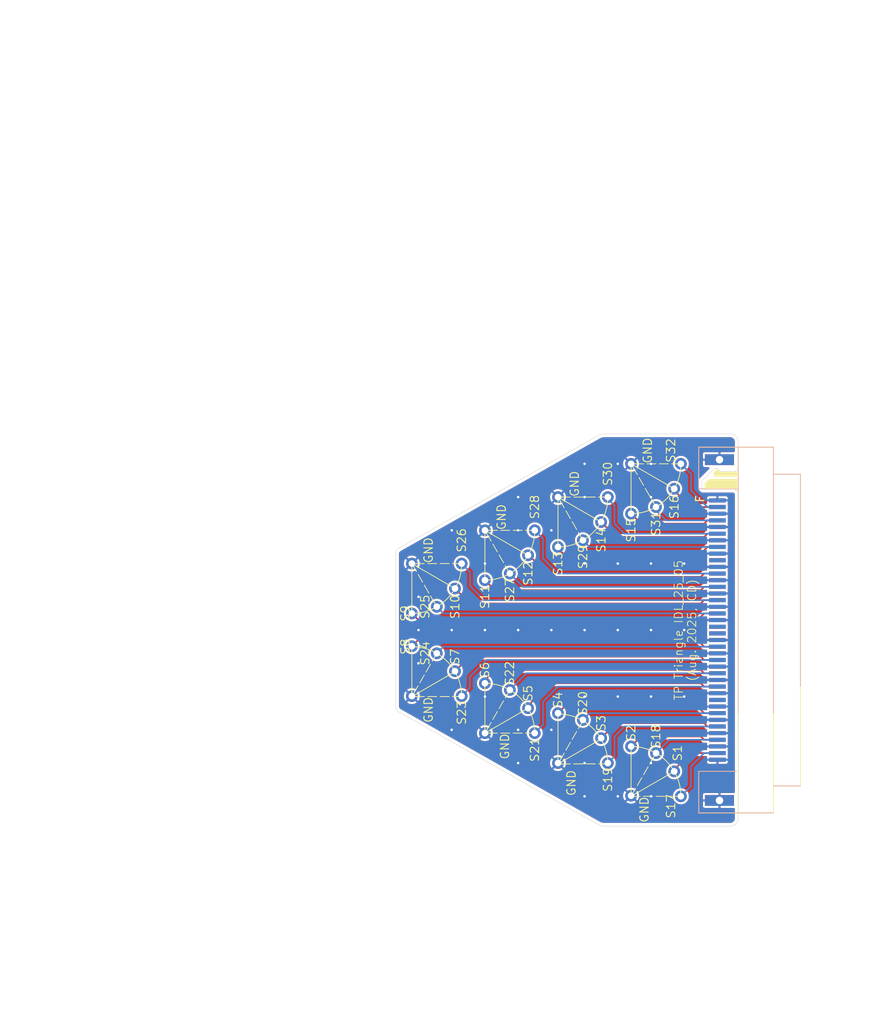
<source format=kicad_pcb>
(kicad_pcb
	(version 20241229)
	(generator "pcbnew")
	(generator_version "9.0")
	(general
		(thickness 1.6)
		(legacy_teardrops no)
	)
	(paper "A4")
	(layers
		(0 "F.Cu" signal)
		(2 "B.Cu" signal)
		(9 "F.Adhes" user "F.Adhesive")
		(11 "B.Adhes" user "B.Adhesive")
		(13 "F.Paste" user)
		(15 "B.Paste" user)
		(5 "F.SilkS" user "F.Silkscreen")
		(7 "B.SilkS" user "B.Silkscreen")
		(1 "F.Mask" user)
		(3 "B.Mask" user)
		(17 "Dwgs.User" user "User.Drawings")
		(19 "Cmts.User" user "User.Comments")
		(21 "Eco1.User" user "User.Eco1")
		(23 "Eco2.User" user "User.Eco2")
		(25 "Edge.Cuts" user)
		(27 "Margin" user)
		(31 "F.CrtYd" user "F.Courtyard")
		(29 "B.CrtYd" user "B.Courtyard")
		(35 "F.Fab" user)
		(33 "B.Fab" user)
		(39 "User.1" user)
		(41 "User.2" user)
		(43 "User.3" user)
		(45 "User.4" user)
	)
	(setup
		(pad_to_mask_clearance 0)
		(allow_soldermask_bridges_in_footprints no)
		(tenting front back)
		(grid_origin 154 100)
		(pcbplotparams
			(layerselection 0x00000000_00000000_55555555_5755f5ff)
			(plot_on_all_layers_selection 0x00000000_00000000_00000000_00000000)
			(disableapertmacros no)
			(usegerberextensions no)
			(usegerberattributes yes)
			(usegerberadvancedattributes yes)
			(creategerberjobfile yes)
			(dashed_line_dash_ratio 12.000000)
			(dashed_line_gap_ratio 3.000000)
			(svgprecision 4)
			(plotframeref no)
			(mode 1)
			(useauxorigin no)
			(hpglpennumber 1)
			(hpglpenspeed 20)
			(hpglpendiameter 15.000000)
			(pdf_front_fp_property_popups yes)
			(pdf_back_fp_property_popups yes)
			(pdf_metadata yes)
			(pdf_single_document no)
			(dxfpolygonmode yes)
			(dxfimperialunits yes)
			(dxfusepcbnewfont yes)
			(psnegative no)
			(psa4output no)
			(plot_black_and_white yes)
			(sketchpadsonfab no)
			(plotpadnumbers no)
			(hidednponfab no)
			(sketchdnponfab yes)
			(crossoutdnponfab yes)
			(subtractmaskfromsilk no)
			(outputformat 1)
			(mirror no)
			(drillshape 1)
			(scaleselection 1)
			(outputdirectory "")
		)
	)
	(net 0 "")
	(net 1 "GND")
	(net 2 "sig01")
	(net 3 "sig02")
	(net 4 "sig03")
	(net 5 "unconnected-(U1-Pad42)")
	(net 6 "sig23")
	(net 7 "sig14")
	(net 8 "sig27")
	(net 9 "sig07")
	(net 10 "sig08")
	(net 11 "sig10")
	(net 12 "sig16")
	(net 13 "unconnected-(U1-Pad61)")
	(net 14 "sig24")
	(net 15 "unconnected-(U1-Pad40)")
	(net 16 "sig09")
	(net 17 "sig13")
	(net 18 "unconnected-(U1-Pad41)")
	(net 19 "unconnected-(U1-Pad62)")
	(net 20 "sig26")
	(net 21 "unconnected-(U1-Pad20)")
	(net 22 "sig31")
	(net 23 "sig29")
	(net 24 "unconnected-(U1-Pad19)")
	(net 25 "sig15")
	(net 26 "sig28")
	(net 27 "sig32")
	(net 28 "unconnected-(U1-Pad39)")
	(net 29 "sig12")
	(net 30 "sig30")
	(net 31 "sig11")
	(net 32 "sig25")
	(net 33 "sig04")
	(net 34 "sig05")
	(net 35 "sig06")
	(net 36 "sig17")
	(net 37 "sig18")
	(net 38 "sig19")
	(net 39 "sig20")
	(net 40 "sig21")
	(net 41 "sig22")
	(footprint "Library:TestPoint_scope-probe_08mm" (layer "F.Cu") (at 137.8 89.196152 180))
	(footprint "Library:TestPoint_scope-probe_08mm" (layer "F.Cu") (at 126 88))
	(footprint "Library:TestPoint_scope-probe_08mm" (layer "F.Cu") (at 148.796151 117))
	(footprint "Library:TestPoint_scope-probe_08mm" (layer "F.Cu") (at 146.600001 85.196152 180))
	(footprint "Library:TestPoint_scope-probe_08mm" (layer "F.Cu") (at 149.6 80))
	(footprint "Library:TestPoint_scope-probe_08mm" (layer "F.Cu") (at 117.2 101.946411 180))
	(footprint "Library:TestPoint_scope-probe_08mm" (layer "F.Cu") (at 122.39615 94.999997 180))
	(footprint "Library:TestPoint_scope-probe_08mm" (layer "F.Cu") (at 148.796152 82.999999 180))
	(footprint "Library:TestPoint_scope-probe_08mm" (layer "F.Cu") (at 140.8 116 180))
	(footprint "Library:TestPoint_scope-probe_08mm" (layer "F.Cu") (at 134.8 110))
	(footprint "Library:TestPoint_scope-probe_08mm" (layer "F.Cu") (at 123.2 107.946411 180))
	(footprint "Library:TestPoint_scope-probe_08mm" (layer "F.Cu") (at 123.199999 91.999998))
	(footprint "Library:TestPoint_scope-probe_08mm" (layer "F.Cu") (at 120.2 97.19615 180))
	(footprint "Library:TestPoint_scope-probe_08mm" (layer "F.Cu") (at 117.2 92))
	(footprint "Library:TestPoint_scope-probe_08mm" (layer "F.Cu") (at 129 107.203848))
	(footprint "Library:TestPoint_scope-probe_08mm" (layer "F.Cu") (at 132 112.4 180))
	(footprint "Library:TestPoint_scope-probe_08mm" (layer "F.Cu") (at 131.196152 109.4))
	(footprint "Library:TestPoint_scope-probe_08mm" (layer "F.Cu") (at 117.2 98 180))
	(footprint "Library:TestPoint_scope-probe_08mm" (layer "F.Cu") (at 143.6 114))
	(footprint "Library:TestPoint_scope-probe_08mm" (layer "F.Cu") (at 126 94 180))
	(footprint "Library:TestPoint_scope-probe_08mm" (layer "F.Cu") (at 134.8 84 90))
	(footprint "Library:TestPoint_scope-probe_08mm" (layer "F.Cu") (at 139.996152 113))
	(footprint "Library:TestPoint_scope-probe_08mm" (layer "F.Cu") (at 117.2 107.946411 -90))
	(footprint "Library:TestPoint_scope-probe_08mm" (layer "F.Cu") (at 140.8 84))
	(footprint "Library:TestPoint_scope-probe_08mm" (layer "F.Cu") (at 132 88))
	(footprint "Library:TestPoint_scope-probe_08mm" (layer "F.Cu") (at 134.8 90 180))
	(footprint "Library:TestPoint_scope-probe_08mm" (layer "F.Cu") (at 120.2 102.8 -90))
	(footprint "Library:TestPoint_scope-probe_08mm" (layer "F.Cu") (at 129 93.196152 180))
	(footprint "Library:TestPoint_scope-probe_08mm" (layer "F.Cu") (at 131.196151 91 180))
	(footprint "Library:ERF8-040-EM2" (layer "F.Cu") (at 154 100))
	(footprint "Library:TestPoint_scope-probe_08mm" (layer "F.Cu") (at 139.996152 87 180))
	(footprint "Library:TestPoint_scope-probe_08mm" (layer "F.Cu") (at 126 106.4))
	(footprint "Library:TestPoint_scope-probe_08mm" (layer "F.Cu") (at 122.396152 104.946411 -90))
	(footprint "Library:TestPoint_scope-probe_08mm" (layer "F.Cu") (at 137.8 110.803848))
	(footprint "Library:TestPoint_scope-probe_08mm" (layer "F.Cu") (at 146.600031 114.8))
	(footprint "Library:TestPoint_scope-probe_08mm" (layer "F.Cu") (at 149.6 120 -90))
	(footprint "Library:TestPoint_scope-probe_08mm" (layer "F.Cu") (at 134.8 116 -90))
	(footprint "Library:TestPoint_scope-probe_08mm" (layer "F.Cu") (at 143.600033 119.924944 -90))
	(footprint "Library:TestPoint_scope-probe_08mm" (layer "F.Cu") (at 126 112.4 -90))
	(footprint "Library:TestPoint_scope-probe_08mm" (layer "B.Cu") (at 143.6 80 180))
	(footprint "Library:TestPoint_scope-probe_08mm" (layer "B.Cu") (at 143.6 86))
	(gr_line
		(start 126 94)
		(end 126 88)
		(stroke
			(width 0.1)
			(type default)
		)
		(layer "F.SilkS")
		(uuid "0656312b-9a3a-4f4c-81e9-758a57d4a3a8")
	)
	(gr_line
		(start 148.796152 82.999999)
		(end 143.6 80)
		(stroke
			(width 0.1)
			(type default)
		)
		(layer "F.SilkS")
		(uuid "0b16ccd9-f6c2-4bed-ad58-e19b2a59f078")
	)
	(gr_line
		(start 117.2 92)
		(end 117.2 97.999997)
		(stroke
			(width 0.1)
			(type default)
		)
		(layer "F.SilkS")
		(uuid "17c3b3e3-2bec-4d32-bee0-5f7c2d90c82b")
	)
	(gr_line
		(start 131.196152 109.4)
		(end 126 112.4)
		(stroke
			(width 0.1)
			(type default)
		)
		(layer "F.SilkS")
		(uuid "18784139-6561-4dd4-955d-6fa591f7df6a")
	)
	(gr_arc
		(start 143.599999 114.000001)
		(mid 147.84264 115.75736)
		(end 149.599998 120)
		(stroke
			(width 0.1)
			(type default)
		)
		(layer "F.SilkS")
		(uuid "19067b41-04df-4f80-9dea-26fc67c91b81")
	)
	(gr_line
		(start 146.6 85.196151)
		(end 143.6 80)
		(stroke
			(width 0.1)
			(type dash)
		)
		(layer "F.SilkS")
		(uuid "2e7e2a49-687a-4ca4-9a9b-cc7f1ae50000")
	)
	(gr_line
		(start 123.2 108)
		(end 117.2 108)
		(stroke
			(width 0.1)
			(type dash)
		)
		(layer "F.SilkS")
		(uuid "2fe8fa0a-5f07-49d5-85f6-af5e8055ef76")
	)
	(gr_arc
		(start 117.2 102)
		(mid 121.442641 103.757359)
		(end 123.2 108)
		(stroke
			(width 0.1)
			(type default)
		)
		(layer "F.SilkS")
		(uuid "34197d73-e2c7-4c89-9fbb-5bcf4093b5e8")
	)
	(gr_line
		(start 134.8 89.999999)
		(end 134.8 84)
		(stroke
			(width 0.1)
			(type default)
		)
		(layer "F.SilkS")
		(uuid "3425bdcd-57a9-4cd2-883c-876f059aa9bb")
	)
	(gr_line
		(start 132 88)
		(end 126 88)
		(stroke
			(width 0.1)
			(type dash)
		)
		(layer "F.SilkS")
		(uuid "3cb53feb-55e7-4185-a481-6d6d177486b4")
	)
	(gr_line
		(start 137.8 89.196152)
		(end 134.8 84)
		(stroke
			(width 0.1)
			(type dash)
		)
		(layer "F.SilkS")
		(uuid "4a4cc06c-fa33-4225-858f-5803fa2fcfcd")
	)
	(gr_line
		(start 126 106.4)
		(end 126 112.4)
		(stroke
			(width 0.1)
			(type default)
		)
		(layer "F.SilkS")
		(uuid "4ddf680b-a407-45c2-bf37-8354f87e1f9d")
	)
	(gr_line
		(start 143.6 120)
		(end 149.599998 120)
		(stroke
			(width 0.1)
			(type dash)
		)
		(layer "F.SilkS")
		(uuid "54cc0246-f003-4e9f-b62d-216ac5ba0fc0")
	)
	(gr_line
		(start 123.199999 91.999998)
		(end 117.2 92)
		(stroke
			(width 0.1)
			(type dash)
		)
		(layer "F.SilkS")
		(uuid "58755c86-db6e-4e46-9381-fdad6655006d")
	)
	(gr_arc
		(start 123.199999 91.999998)
		(mid 121.44264 96.242638)
		(end 117.2 97.999997)
		(stroke
			(width 0.1)
			(type default)
		)
		(layer "F.SilkS")
		(uuid "64605b8a-20fc-4d5d-84b9-5118d23a94f9")
	)
	(gr_line
		(start 143.6 120)
		(end 148.796151 117)
		(stroke
			(width 0.1)
			(type default)
		)
		(layer "F.SilkS")
		(uuid "6b77d877-97ef-4c1d-ad20-10a16ceda704")
	)
	(gr_arc
		(start 134.79996 110.1)
		(mid 139.042601 111.857359)
		(end 140.79996 116.1)
		(stroke
			(width 0.1)
			(type default)
		)
		(layer "F.SilkS")
		(uuid "8bab33c4-8d87-4bef-b021-d7c7a75421f3")
	)
	(gr_line
		(start 122.396152 105)
		(end 117.2 108)
		(stroke
			(width 0.1)
			(type default)
		)
		(layer "F.SilkS")
		(uuid "9b964e85-e6ec-4e0c-8271-e7f16a7375d7")
	)
	(gr_arc
		(start 149.6 79.999999)
		(mid 147.842641 84.24264)
		(end 143.6 85.999999)
		(stroke
			(width 0.1)
			(type default)
		)
		(layer "F.SilkS")
		(uuid "a0424718-be97-4c08-97c3-c35e87121788")
	)
	(gr_line
		(start 129 93.196152)
		(end 126 88)
		(stroke
			(width 0.1)
			(type dash)
		)
		(layer "F.SilkS")
		(uuid "a09ebb21-566e-4e89-b646-367d47e4c876")
	)
	(gr_line
		(start 143.599999 114.000001)
		(end 143.6 120)
		(stroke
			(width 0.1)
			(type default)
		)
		(layer "F.SilkS")
		(uuid "a68eb034-ca0d-4a17-bbb2-ac71d8465dd9")
	)
	(gr_line
		(start 117.2 92)
		(end 122.39615 94.999997)
		(stroke
			(width 0.1)
			(type default)
		)
		(layer "F.SilkS")
		(uuid "a789604a-250c-4228-9a84-606fe93d39df")
	)
	(gr_line
		(start 139.996112 113.1)
		(end 134.79996 116.1)
		(stroke
			(width 0.1)
			(type default)
		)
		(layer "F.SilkS")
		(uuid "a883fffe-60e2-47e1-9eeb-01a13730720d")
	)
	(gr_arc
		(start 140.8 84)
		(mid 139.042641 88.242641)
		(end 134.8 89.999999)
		(stroke
			(width 0.1)
			(type default)
		)
		(layer "F.SilkS")
		(uuid "a9a650f6-9851-41d9-b59f-522a93146466")
	)
	(gr_line
		(start 143.6 85.999999)
		(end 143.6 80)
		(stroke
			(width 0.1)
			(type default)
		)
		(layer "F.SilkS")
		(uuid "ac4bec40-040a-4148-89cc-f95326dcae57")
	)
	(gr_line
		(start 120.2 102.803848)
		(end 117.2 108)
		(stroke
			(width 0.1)
			(type dash)
		)
		(layer "F.SilkS")
		(uuid "ac9a5f77-a961-4682-bff5-781f25eb0b76")
	)
	(gr_arc
		(start 132 88)
		(mid 130.242641 92.242641)
		(end 126 94)
		(stroke
			(width 0.1)
			(type default)
		)
		(layer "F.SilkS")
		(uuid "af95daa3-dfd8-4ee8-a4bd-f156d0f0d192")
	)
	(gr_line
		(start 132 112.4)
		(end 126 112.4)
		(stroke
			(width 0.1)
			(type dash)
		)
		(layer "F.SilkS")
		(uuid "afb9976b-bf51-4754-962f-4a5cdaaca322")
	)
	(gr_line
		(start 129 107.203848)
		(end 126 112.4)
		(stroke
			(width 0.1)
			(type dash)
		)
		(layer "F.SilkS")
		(uuid "ba8f61ce-5908-4f5c-822f-977a03f11bf8")
	)
	(gr_line
		(start 131.196151 91)
		(end 126 88)
		(stroke
			(width 0.1)
			(type default)
		)
		(layer "F.SilkS")
		(uuid "c52c2c8c-9ff6-4927-be7f-9d10b7f46a61")
	)
	(gr_line
		(start 140.79996 116.1)
		(end 134.79996 116.1)
		(stroke
			(width 0.1)
			(type dash)
		)
		(layer "F.SilkS")
		(uuid "d0fc1df4-e52a-4651-ba2d-1592d5046251")
	)
	(gr_line
		(start 117.2 102)
		(end 117.2 108)
		(stroke
			(width 0.1)
			(type default)
		)
		(layer "F.SilkS")
		(uuid "d50e41e0-52d6-4e12-8d1a-e28366c31f94")
	)
	(gr_arc
		(start 126 106.4)
		(mid 130.242641 108.157359)
		(end 132 112.4)
		(stroke
			(width 0.1)
			(type default)
		)
		(layer "F.SilkS")
		(uuid "d5701d77-8a48-4d61-ac40-b6809d1ac32c")
	)
	(gr_line
		(start 137.79996 110.903848)
		(end 134.79996 116.1)
		(stroke
			(width 0.1)
			(type dash)
		)
		(layer "F.SilkS")
		(uuid "dce88408-6006-4d6d-9dc6-49b7b695d9b4")
	)
	(gr_line
		(start 134.79996 110.1)
		(end 134.79996 116.1)
		(stroke
			(width 0.1)
			(type default)
		)
		(layer "F.SilkS")
		(uuid "e4e65f12-069c-47db-bd50-0e25e799081d")
	)
	(gr_line
		(start 143.6 120)
		(end 146.599998 114.803849)
		(stroke
			(width 0.1)
			(type dash)
		)
		(layer "F.SilkS")
		(uuid "eafa133b-b9d7-4898-a9c8-bf71f178e2e3")
	)
	(gr_line
		(start 139.996152 87)
		(end 134.8 84)
		(stroke
			(width 0.1)
			(type default)
		)
		(layer "F.SilkS")
		(uuid "f0800758-7902-48f2-987b-4891e507926c")
	)
	(gr_line
		(start 140.8 84)
		(end 134.8 84)
		(stroke
			(width 0.1)
			(type dash)
		)
		(layer "F.SilkS")
		(uuid "f3cad060-2497-4ec2-a2ed-eaedfac98453")
	)
	(gr_line
		(start 149.6 79.999999)
		(end 143.6 80)
		(stroke
			(width 0.1)
			(type dash)
		)
		(layer "F.SilkS")
		(uuid "f6a09e63-df31-48bc-af6a-358bf37afe6a")
	)
	(gr_line
		(start 117.2 92)
		(end 120.2 97.19615)
		(stroke
			(width 0.1)
			(type dash)
		)
		(layer "F.SilkS")
		(uuid "fe025c46-7123-4e94-8af7-29737493bbac")
	)
	(gr_line
		(start 115.6 109.826272)
		(end 139.51248 123.330587)
		(stroke
			(width 0.05)
			(type default)
		)
		(layer "Edge.Cuts")
		(uuid "0d23b461-e3f1-4610-85bc-2b64ee6ca9b9")
	)
	(gr_arc
		(start 156.501374 122.637455)
		(mid 156.219992 123.317886)
		(end 155.539779 123.599793)
		(stroke
			(width 0.05)
			(type default)
		)
		(layer "Edge.Cuts")
		(uuid "14ffe000-ece1-4e64-919b-26c993e5d603")
	)
	(gr_line
		(start 152.249532 83.061469)
		(end 152.126197 82.938135)
		(stroke
			(width 0.05)
			(type default)
		)
		(layer "Edge.Cuts")
		(uuid "2405039c-79fa-414b-a493-b800daf8d18a")
	)
	(gr_line
		(start 155.539779 123.599793)
		(end 140.4 123.599307)
		(stroke
			(width 0.05)
			(type default)
		)
		(layer "Edge.Cuts")
		(uuid "2575e195-9ffd-45e1-82df-fa90a9e1eb27")
	)
	(gr_line
		(start 152.249532 83.061469)
		(end 156.125923 83.062961)
		(stroke
			(width 0.05)
			(type default)
		)
		(layer "Edge.Cuts")
		(uuid "336e7439-4ce3-45f2-bb37-5485d69717c7")
	)
	(gr_line
		(start 152.126197 82.938135)
		(end 152.125408 82.062452)
		(stroke
			(width 0.05)
			(type default)
		)
		(layer "Edge.Cuts")
		(uuid "364bca85-46a0-4b74-b889-4d8d6fbe35a5")
	)
	(gr_line
		(start 140.4 76.4)
		(end 155.539779 76.4)
		(stroke
			(width 0.05)
			(type default)
		)
		(layer "Edge.Cuts")
		(uuid "602384a7-e541-491a-91ce-318e7e4cd6a1")
	)
	(gr_line
		(start 156.501374 122.637455)
		(end 156.495089 83.432128)
		(stroke
			(width 0.05)
			(type default)
		)
		(layer "Edge.Cuts")
		(uuid "612e1e59-ef40-4968-875e-75edf1ce7da6")
	)
	(gr_line
		(start 152.125408 82.062452)
		(end 153.625815 80.562541)
		(stroke
			(width 0.05)
			(type default)
		)
		(layer "Edge.Cuts")
		(uuid "6346a157-fb5a-4351-8041-66f523ea7f21")
	)
	(gr_arc
		(start 140.4 123.599307)
		(mid 139.936346 123.530654)
		(end 139.51248 123.330587)
		(stroke
			(width 0.05)
			(type default)
		)
		(layer "Edge.Cuts")
		(uuid "6eb52ba3-0b71-43e1-a8d8-41f6c0aa298a")
	)
	(gr_line
		(start 139.512481 76.66872)
		(end 115.6 90.174087)
		(stroke
			(width 0.05)
			(type default)
		)
		(layer "Edge.Cuts")
		(uuid "7eff5aec-8045-461b-b432-b79da681a370")
	)
	(gr_arc
		(start 115.6 109.826272)
		(mid 115.348504 109.557181)
		(end 115.25719 109.200359)
		(stroke
			(width 0.05)
			(type default)
		)
		(layer "Edge.Cuts")
		(uuid "80db0fda-dee8-452c-86e3-bd44069ff23a")
	)
	(gr_arc
		(start 155.539779 76.4)
		(mid 156.219993 76.681908)
		(end 156.501375 77.362339)
		(stroke
			(width 0.05)
			(type default)
		)
		(layer "Edge.Cuts")
		(uuid "ab520eb6-a03a-44c0-897f-dec6538e9525")
	)
	(gr_arc
		(start 115.25719 90.8)
		(mid 115.348505 90.443179)
		(end 115.6 90.174087)
		(stroke
			(width 0.05)
			(type default)
		)
		(layer "Edge.Cuts")
		(uuid "ba543193-7f17-46a0-bf3c-c861826b9053")
	)
	(gr_line
		(start 156.498192 80.563038)
		(end 156.123925 80.937847)
		(stroke
			(width 0.05)
			(type default)
		)
		(layer "Edge.Cuts")
		(uuid "c27d54f4-e46e-4c94-bca4-9fd5f9124c6c")
	)
	(gr_line
		(start 154.00004 80.562056)
		(end 154.375619 80.93766)
		(stroke
			(width 0.05)
			(type default)
		)
		(layer "Edge.Cuts")
		(uuid "c53be00d-a68f-441e-95a1-aa276c68263d")
	)
	(gr_line
		(start 115.25719 90.8)
		(end 115.25719 109.200359)
		(stroke
			(width 0.05)
			(type default)
		)
		(layer "Edge.Cuts")
		(uuid "ca22d911-3abe-4ff8-9f73-cf31c11057f1")
	)
	(gr_line
		(start 154.375619 80.93766)
		(end 156.123925 80.937847)
		(stroke
			(width 0.05)
			(type default)
		)
		(layer "Edge.Cuts")
		(uuid "d054108a-fb26-4277-8f29-29a6fbcde2b4")
	)
	(gr_line
		(start 156.495089 83.432128)
		(end 156.125923 83.062962)
		(stroke
			(width 0.05)
			(type default)
		)
		(layer "Edge.Cuts")
		(uuid "ecc517e4-79e2-4a49-8063-4fff15c21772")
	)
	(gr_arc
		(start 139.51248 76.66872)
		(mid 139.936346 76.468653)
		(end 140.4 76.4)
		(stroke
			(width 0.05)
			(type default)
		)
		(layer "Edge.Cuts")
		(uuid "f5998a3f-97f1-4c96-88ab-c7e395006de5")
	)
	(gr_line
		(start 156.499921 80.563038)
		(end 156.501375 77.368533)
		(stroke
			(width 0.05)
			(type solid)
		)
		(layer "Edge.Cuts")
		(uuid "f5cb4348-6684-411a-9740-6bd0588a06b4")
	)
	(gr_line
		(start 153.625815 80.562541)
		(end 154.00004 80.562056)
		(stroke
			(width 0.05)
			(type default)
		)
		(layer "Edge.Cuts")
		(uuid "fe657857-40d8-4aa6-8497-5890ed80218f")
	)
	(gr_text "TP Triangle IDL_25_05\n(Aug. 2025, CD)"
		(at 151.52 100.02 90)
		(layer "F.SilkS")
		(uuid "bc7b6632-4d82-45b4-9bf6-81e24bb261b4")
		(effects
			(font
				(size 1 1)
				(thickness 0.1)
			)
			(justify bottom)
		)
	)
	(via
		(at 146 84)
		(size 0.6)
		(drill 0.3)
		(layers "F.Cu" "B.Cu")
		(free yes)
		(net 1)
		(uuid "054016fe-0b89-4c60-98d3-6f311b97ec37")
	)
	(via
		(at 138 120)
		(size 0.6)
		(drill 0.3)
		(layers "F.Cu" "B.Cu")
		(free yes)
		(net 1)
		(uuid "09ec96e7-34bb-4854-a935-f387be8ca5e2")
	)
	(via
		(at 118 104)
		(size 0.6)
		(drill 0.3)
		(layers "F.Cu" "B.Cu")
		(free yes)
		(net 1)
		(uuid "0b914858-d577-45cf-8b52-376b3fc93310")
	)
	(via
		(at 130 84)
		(size 0.6)
		(drill 0.3)
		(layers "F.Cu" "B.Cu")
		(free yes)
		(net 1)
		(uuid "152d71e5-25c5-4e81-a35c-08ce69b55240")
	)
	(via
		(at 118 96)
		(size 0.6)
		(drill 0.3)
		(layers "F.Cu" "B.Cu")
		(free yes)
		(net 1)
		(uuid "1bd0b6b5-8a46-482b-b4a4-4e4195caf574")
	)
	(via
		(at 146 108)
		(size 0.6)
		(drill 0.3)
		(layers "F.Cu" "B.Cu")
		(free yes)
		(net 1)
		(uuid "1cd4a1fa-e108-4eb8-b6ee-90f04e350a6d")
	)
	(via
		(at 142 92)
		(size 0.6)
		(drill 0.3)
		(layers "F.Cu" "B.Cu")
		(free yes)
		(net 1)
		(uuid "202c1895-bfba-4164-9ae2-fa9b040cca95")
	)
	(via
		(at 138 108)
		(size 0.6)
		(drill 0.3)
		(layers "F.Cu" "B.Cu")
		(free yes)
		(net 1)
		(uuid "23e3e87a-09a1-4f9c-b8a4-b7ed889d2d8f")
	)
	(via
		(at 142 100)
		(size 0.6)
		(drill 0.3)
		(layers "F.Cu" "B.Cu")
		(free yes)
		(net 1)
		(uuid "2e821715-fe8c-4085-b416-d8d6e93fab13")
	)
	(via
		(at 146 120)
		(size 0.6)
		(drill 0.3)
		(layers "F.Cu" "B.Cu")
		(free yes)
		(net 1)
		(uuid "2f09838f-2aaf-42be-a183-13f1b5c4d38b")
	)
	(via
		(at 130 112)
		(size 0.6)
		(drill 0.3)
		(layers "F.Cu" "B.Cu")
		(free yes)
		(net 1)
		(uuid "2f43969a-a667-4058-813d-b3bf38530dc6")
	)
	(via
		(at 122 88)
		(size 0.6)
		(drill 0.3)
		(layers "F.Cu" "B.Cu")
		(free yes)
		(net 1)
		(uuid "3396f79a-39e3-4461-8f49-716bbd2338e7")
	)
	(via
		(at 138 84)
		(size 0.6)
		(drill 0.3)
		(layers "F.Cu" "B.Cu")
		(free yes)
		(net 1)
		(uuid "39710f82-fcca-4be0-b0c8-3335d0e10db3")
	)
	(via
		(at 134 112)
		(size 0.6)
		(drill 0.3)
		(layers "F.Cu" "B.Cu")
		(free yes)
		(net 1)
		(uuid "3fc63277-a824-4a5d-8b50-0b8b1a08124d")
	)
	(via
		(at 142 80)
		(size 0.6)
		(drill 0.3)
		(layers "F.Cu" "B.Cu")
		(free yes)
		(net 1)
		(uuid "428d70e9-30a1-4ba5-a3d5-40e24e18d239")
	)
	(via
		(at 130 88)
		(size 0.6)
		(drill 0.3)
		(layers "F.Cu" "B.Cu")
		(free yes)
		(net 1)
		(uuid "458eebed-d532-41ce-b0ec-22df889beaad")
	)
	(via
		(at 134 88)
		(size 0.6)
		(drill 0.3)
		(layers "F.Cu" "B.Cu")
		(free yes)
		(net 1)
		(uuid "4a46d8f9-6edc-4b6d-805d-77ea2dd010fe")
	)
	(via
		(at 130 100)
		(size 0.6)
		(drill 0.3)
		(layers "F.Cu" "B.Cu")
		(free yes)
		(net 1)
		(uuid "507854a2-faef-4613-a321-00099ce6421c")
	)
	(via
		(at 146 80)
		(size 0.6)
		(drill 0.3)
		(layers "F.Cu" "B.Cu")
		(free yes)
		(net 1)
		(uuid "594e5afe-4261-4b38-a43e-3d5f3593de90")
	)
	(via
		(at 126 100)
		(size 0.6)
		(drill 0.3)
		(layers "F.Cu" "B.Cu")
		(free yes)
		(net 1)
		(uuid "5b660057-7257-457b-a4d9-c3e7d1f1954e")
	)
	(via
		(at 146 92)
		(size 0.6)
		(drill 0.3)
		(layers "F.Cu" "B.Cu")
		(free yes)
		(net 1)
		(uuid "61bf0cc4-5287-4704-b24a-6fbc36bc7a21")
	)
	(via
		(at 134 100)
		(size 0.6)
		(drill 0.3)
		(layers "F.Cu" "B.Cu")
		(free yes)
		(net 1)
		(uuid "64aeb4cd-5d9b-4fec-b741-054d49d21453")
	)
	(via
		(at 118 100)
		(size 0.6)
		(drill 0.3)
		(layers "F.Cu" "B.Cu")
		(free yes)
		(net 1)
		(uuid "75d11688-7ecd-47cf-9883-c19787b0cc83")
	)
	(via
		(at 126 92)
		(size 0.6)
		(drill 0.3)
		(layers "F.Cu" "B.Cu")
		(free yes)
		(net 1)
		(uuid "7bace858-a330-4fce-840a-91f76a616250")
	)
	(via
		(at 122 112)
		(size 0.6)
		(drill 0.3)
		(layers "F.Cu" "B.Cu")
		(free yes)
		(net 1)
		(uuid "81996b3c-5faf-431d-8565-ede5e646b6ea")
	)
	(via
		(at 138 80)
		(size 0.6)
		(drill 0.3)
		(layers "F.Cu" "B.Cu")
		(free yes)
		(net 1)
		(uuid "8edab3eb-e58a-4283-998c-4b332f7e5061")
	)
	(via
		(at 122 100)
		(size 0.6)
		(drill 0.3)
		(layers "F.Cu" "B.Cu")
		(free yes)
		(net 1)
		(uuid "9721d4ef-ee13-43bd-a76f-424bd003d09c")
	)
	(via
		(at 146 100)
		(size 0.6)
		(drill 0.3)
		(layers "F.Cu" "B.Cu")
		(free yes)
		(net 1)
		(uuid "97eeb124-c036-4242-8981-32bc52b61613")
	)
	(via
		(at 146 116)
		(size 0.6)
		(drill 0.3)
		(layers "F.Cu" "B.Cu")
		(free yes)
		(net 1)
		(uuid "bcad64b9-6e5f-49bc-b393-9c5f6c763374")
	)
	(via
		(at 142 120)
		(size 0.6)
		(drill 0.3)
		(layers "F.Cu" "B.Cu")
		(free yes)
		(net 1)
		(uuid "c50e6d07-ef04-43e8-be7f-30bcfd3cc6ce")
	)
	(via
		(at 138 116)
		(size 0.6)
		(drill 0.3)
		(layers "F.Cu" "B.Cu")
		(free yes)
		(net 1)
		(uuid "d12b89cd-d30b-4ff7-9f82-b4aea43bcf2e")
	)
	(via
		(at 138 100)
		(size 0.6)
		(drill 0.3)
		(layers "F.Cu" "B.Cu")
		(free yes)
		(net 1)
		(uuid "d239e1f6-c8cc-469c-9303-3c48494aea50")
	)
	(via
		(at 150 100)
		(size 0.6)
		(drill 0.3)
		(layers "F.Cu" "B.Cu")
		(free yes)
		(net 1)
		(uuid "db53fb60-c78e-4c16-b3fb-a5394dfa3e65")
	)
	(via
		(at 130 116)
		(size 0.6)
		(drill 0.3)
		(layers "F.Cu" "B.Cu")
		(free yes)
		(net 1)
		(uuid "e017f808-9410-4038-877e-58fc04b8cf8b")
	)
	(via
		(at 126 108)
		(size 0.6)
		(drill 0.3)
		(layers "F.Cu" "B.Cu")
		(free yes)
		(net 1)
		(uuid "e1774bc5-78f9-4f16-b981-73b5b20fc0b0")
	)
	(via
		(at 138 92)
		(size 0.6)
		(drill 0.3)
		(layers "F.Cu" "B.Cu")
		(free yes)
		(net 1)
		(uuid "f306d562-6fa2-4670-9433-fc46d341e9ad")
	)
	(via
		(at 150 92)
		(size 0.6)
		(drill 0.3)
		(layers "F.Cu" "B.Cu")
		(free yes)
		(net 1)
		(uuid "f3397d1f-b14d-4be0-86dd-5d28b063b0bc")
	)
	(via
		(at 142 108)
		(size 0.6)
		(drill 0.3)
		(layers "F.Cu" "B.Cu")
		(free yes)
		(net 1)
		(uuid "f5bf79ce-38d2-40c3-b54f-947dfdf680d3")
	)
	(via
		(at 150 108)
		(size 0.6)
		(drill 0.3)
		(layers "F.Cu" "B.Cu")
		(free yes)
		(net 1)
		(uuid "f83a3c62-123a-43ad-9a10-0b29cd163fad")
	)
	(segment
		(start 154 114.8)
		(end 150.8 114.8)
		(width 0.2)
		(layer "F.Cu")
		(net 2)
		(uuid "36fe6f68-a08c-49bd-a17d-fc7747c16d5e")
	)
	(segment
		(start 148.796151 116.803849)
		(end 150.8 114.8)
		(width 0.2)
		(layer "F.Cu")
		(net 2)
		(uuid "5e107c47-d7dc-47c4-ba85-de0cb08907d6")
	)
	(segment
		(start 148.796184 116.803816)
		(end 148.796184 116.924944)
		(width 0.2)
		(layer "F.Cu")
		(net 2)
		(uuid "d2d04e20-62c9-4ef1-bbe9-38744d3d3f0f")
	)
	(segment
		(start 148.796151 116.803849)
		(end 148.796184 116.803816)
		(width 0.2)
		(layer "F.Cu")
		(net 2)
		(uuid "d6d34414-a7a4-42a0-b6ec-759fba531997")
	)
	(segment
		(start 148.796151 117)
		(end 148.796151 116.803849)
		(width 0.2)
		(layer "F.Cu")
		(net 2)
		(uuid "f5a43977-4365-4c66-abc4-e6aa5954eb2f")
	)
	(segment
		(start 152.4 113.2)
		(end 152 112.8)
		(width 0.2)
		(layer "F.Cu")
		(net 3)
		(uuid "18688344-b38f-484c-8bed-c52d80710111")
	)
	(segment
		(start 144.8 112.8)
		(end 143.675055 113.924945)
		(width 0.2)
		(layer "F.Cu")
		(net 3)
		(uuid "664de1cd-27e0-4c49-b88b-4747a7f2d11c")
	)
	(segment
		(start 143.675055 113.924945)
		(end 143.600032 113.924945)
		(width 0.2)
		(layer "F.Cu")
		(net 3)
		(uuid "a788ee15-8a29-40d9-a5d3-d107b5499fe7")
	)
	(segment
		(start 154 113.2)
		(end 152.4 113.2)
		(width 0.2)
		(layer "F.Cu")
		(net 3)
		(uuid "be58b3e5-cb9f-4d96-a310-6e746b6e598c")
	)
	(segment
		(start 152 112.8)
		(end 144.8 112.8)
		(width 0.2)
		(layer "F.Cu")
		(net 3)
		(uuid "c88baa4f-c4f3-4ff5-ba79-7e37a694146e")
	)
	(segment
		(start 152.8 111.6)
		(end 152.4 111.2)
		(width 0.2)
		(layer "F.Cu")
		(net 4)
		(uuid "33623709-ed7d-446c-b862-f4c8471ad712")
	)
	(segment
		(start 154 111.6)
		(end 152.8 111.6)
		(width 0.2)
		(layer "F.Cu")
		(net 4)
		(uuid "6694cf9c-2845-4d2b-a42b-984584844a72")
	)
	(segment
		(start 141.796152 111.2)
		(end 139.996152 113)
		(width 0.2)
		(layer "F.Cu")
		(net 4)
		(uuid "6777a960-56a5-4f02-aab4-596908cbb9b1")
	)
	(segment
		(start 152.4 111.2)
		(end 141.796152 111.2)
		(width 0.2)
		(layer "F.Cu")
		(net 4)
		(uuid "7491ac27-d7cb-4db9-942c-d0ffa1f685a3")
	)
	(segment
		(start 123.2 107.946411)
		(end 124.185537 106.960874)
		(width 0.2)
		(layer "B.Cu")
		(net 6)
		(uuid "065d702b-51f4-491d-a132-e850fb2b4577")
	)
	(segment
		(start 124.185537 105.608204)
		(end 126.193741 103.6)
		(width 0.2)
		(layer "B.Cu")
		(net 6)
		(uuid "3e69b0b2-8343-400a-af6d-e9d9dc22a0d7")
	)
	(segment
		(start 124.185537 106.960874)
		(end 124.185537 105.608204)
		(width 0.2)
		(layer "B.Cu")
		(net 6)
		(uuid "915b237c-21da-4c61-8b42-9aaf4b740138")
	)
	(segment
		(start 126.193741 103.6)
		(end 154 103.6)
		(width 0.2)
		(layer "B.Cu")
		(net 6)
		(uuid "aa3f7ae2-928c-4947-bfe0-0df579b41984")
	)
	(segment
		(start 146 88.8)
		(end 152.4 88.8)
		(width 0.2)
		(layer "F.Cu")
		(net 7)
		(uuid "18c0da4d-2dd8-4ba5-898d-4446c7418349")
	)
	(segment
		(start 152.8 88.4)
		(end 154 88.4)
		(width 0.2)
		(layer "F.Cu")
		(net 7)
		(uuid "19163f14-edb8-44d4-a50e-22eaea4f5113")
	)
	(segment
		(start 152.4 88.8)
		(end 152.8 88.4)
		(width 0.2)
		(layer "F.Cu")
		(net 7)
		(uuid "2fb8c86b-9837-4a32-8d0b-68ba721f0efc")
	)
	(segment
		(start 145.9 88.8)
		(end 146 88.8)
		(width 0.2)
		(layer "F.Cu")
		(net 7)
		(uuid "8159a606-0938-46fc-8aa5-f3f5b90c5b1d")
	)
	(segment
		(start 141.796152 88.8)
		(end 139.996152 87)
		(width 0.2)
		(layer "F.Cu")
		(net 7)
		(uuid "8f2271c1-1ecd-4810-a155-ce745583dd71")
	)
	(segment
		(start 146 88.8)
		(end 141.796152 88.8)
		(width 0.2)
		(layer "F.Cu")
		(net 7)
		(uuid "9c159593-aba4-4d2f-a96a-4924503898b6")
	)
	(segment
		(start 130.1 94.3)
		(end 129 93.2)
		(width 0.2)
		(layer "B.Cu")
		(net 8)
		(uuid "0f41e466-5ed2-4058-bef1-c08b2b31b424")
	)
	(segment
		(start 130.2 94.4)
		(end 130.1 94.3)
		(width 0.2)
		(layer "B.Cu")
		(net 8)
		(uuid "10deeb7d-0c9c-4d34-8d89-ec2634912039")
	)
	(segment
		(start 130.6 94.8)
		(end 130.1 94.3)
		(width 0.2)
		(layer "B.Cu")
		(net 8)
		(uuid "8d28ec18-6081-4493-92fa-3b2842a55de1")
	)
	(segment
		(start 131.901924 94.8)
		(end 130.6 94.8)
		(width 0.2)
		(layer "B.Cu")
		(net 8)
		(uuid "93b7cd56-6bff-4720-927c-57673cbb63cd")
	)
	(segment
		(start 154 94.8)
		(end 131.901924 94.8)
		(width 0.2)
		(layer "B.Cu")
		(net 8)
		(uuid "c83f92c6-13f3-4390-8c49-49937e532125")
	)
	(segment
		(start 152 103.2)
		(end 124.142562 103.2)
		(width 0.2)
		(layer "F.Cu")
		(net 9)
		(uuid "24949bd5-ae17-4b23-94ef-625dd6eddf90")
	)
	(segment
		(start 124.142562 103.2)
		(end 122.396152 104.946411)
		(width 0.2)
		(layer "F.Cu")
		(net 9)
		(uuid "6de3c38d-c292-4358-9b39-649aa36ec648")
	)
	(segment
		(start 152.4 103.6)
		(end 152 103.2)
		(width 0.2)
		(layer "F.Cu")
		(net 9)
		(uuid "7121b512-bc98-49c9-b6bd-93158e9c3de5")
	)
	(segment
		(start 154 103.6)
		(end 152.4 103.6)
		(width 0.2)
		(layer "F.Cu")
		(net 9)
		(uuid "ecb1bfd2-025c-4ee2-9c7f-c95d82b98245")
	)
	(segment
		(start 117.946411 101.2)
		(end 151.6 101.2)
		(width 0.2)
		(layer "F.Cu")
		(net 10)
		(uuid "041ca1eb-354d-4ebd-a80f-3e1f7be6a11f")
	)
	(segment
		(start 151.6 101.2)
		(end 152.4 102)
		(width 0.2)
		(layer "F.Cu")
		(net 10)
		(uuid "81a304bf-fa36-4612-954a-788a29f94502")
	)
	(segment
		(start 152.4 102)
		(end 154 102)
		(width 0.2)
		(layer "F.Cu")
		(net 10)
		(uuid "c0325d75-9a51-438b-9afb-94465fa03c96")
	)
	(segment
		(start 117.2 101.946411)
		(end 117.946411 101.2)
		(width 0.2)
		(layer "F.Cu")
		(net 10)
		(uuid "f8ef87b1-f560-4fb5-b570-57be9db7b05f")
	)
	(segment
		(start 122.39615 94.999997)
		(end 123.698077 96.301923)
		(width 0.2)
		(layer "F.Cu")
		(net 11)
		(uuid "0735fb09-7129-4a5f-9f60-6835afe66161")
	)
	(segment
		(start 152.4 96.4)
		(end 152 96.8)
		(width 0.2)
		(layer "F.Cu")
		(net 11)
		(uuid "324f4cb4-ff44-4139-a5fa-dea61c3ebd46")
	)
	(segment
		(start 123.698077 96.301923)
		(end 124.196154 96.8)
		(width 0.2)
		(layer "F.Cu")
		(net 11)
		(uuid "74ab4cb4-5224-440b-92b0-98f1eb7a625f")
	)
	(segment
		(start 124.196154 96.8)
		(end 152 96.8)
		(width 0.2)
		(layer "F.Cu")
		(net 11)
		(uuid "7da8cc42-fbfe-412d-acd0-83fafd90132c")
	)
	(segment
		(start 123.698077 96.301923)
		(end 123.796153 96.4)
		(width 0.2)
		(layer "F.Cu")
		(net 11)
		(uuid "b262244d-a644-4f3e-8632-3bee9d4be602")
	)
	(segment
		(start 154 96.4)
		(end 152.4 96.4)
		(width 0.2)
		(layer "F.Cu")
		(net 11)
		(uuid "dea808ac-00cf-41b1-918d-2414ffca818c")
	)
	(segment
		(start 148.796152 83.098075)
		(end 148.796152 82.999999)
		(width 0.2)
		(layer "F.Cu")
		(net 12)
		(uuid "1b89ccca-8de8-46b8-9d09-79ccf9655f87")
	)
	(segment
		(start 148.796152 83.196152)
		(end 148.796152 82.999999)
		(width 0.2)
		(layer "F.Cu")
		(net 12)
		(uuid "760e184a-5a8f-4144-80b9-acd28856a6ba")
	)
	(segment
		(start 154 85.2)
		(end 150.8 85.2)
		(width 0.2)
		(layer "F.Cu")
		(net 12)
		(uuid "b7efe52d-f128-41d2-98e2-a242c16f1e24")
	)
	(segment
		(start 150.8 85.2)
		(end 148.796152 83.196152)
		(width 0.2)
		(layer "F.Cu")
		(net 12)
		(uuid "db429c65-7c06-469c-9c58-52de859fb6ca")
	)
	(segment
		(start 120.2 102.8)
		(end 121 102)
		(width 0.2)
		(layer "B.Cu")
		(net 14)
		(uuid "001a1da4-d53d-48e2-9314-c35c069c1e4e")
	)
	(segment
		(start 121 102)
		(end 154 102)
		(width 0.2)
		(layer "B.Cu")
		(net 14)
		(uuid "dd21a2f1-73f0-4b61-861d-f73d86143e02")
	)
	(segment
		(start 151.6 98.8)
		(end 118 98.8)
		(width 0.2)
		(layer "F.Cu")
		(net 16)
		(uuid "2b5f8b81-ec2c-4570-9398-7662d177995a")
	)
	(segment
		(start 152.4 98)
		(end 151.6 98.8)
		(width 0.2)
		(layer "F.Cu")
		(net 16)
		(uuid "490ca48e-6b8b-4d53-ba57-bffc50b2c4f9")
	)
	(segment
		(start 154 98)
		(end 152.4 98)
		(width 0.2)
		(layer "F.Cu")
		(net 16)
		(uuid "6b482bbb-d1cb-4ef4-b16a-cca07b159852")
	)
	(segment
		(start 118 98.8)
		(end 117.2 98)
		(width 0.2)
		(layer "F.Cu")
		(net 16)
		(uuid "7995e774-c277-4892-a890-e6f62d4bddc7")
	)
	(segment
		(start 134.603847 90.007694)
		(end 135.396153 90.8)
		(width 0.2)
		(layer "F.Cu")
		(net 17)
		(uuid "0059f0ba-dcde-4985-9265-ce69490ea2a3")
	)
	(segment
		(start 152 90.8)
		(end 152.8 90)
		(width 0.2)
		(layer "F.Cu")
		(net 17)
		(uuid "0645a8ec-1dad-429a-9d97-e0d940f44959")
	)
	(segment
		(start 134.603847 90)
		(end 134.603847 90.007694)
		(width 0.2)
		(layer "F.Cu")
		(net 17)
		(uuid "1d63bc9d-8ff1-48a3-8f19-278490014c87")
	)
	(segment
		(start 134.8 90.203847)
		(end 135.396153 90.8)
		(width 0.2)
		(layer "F.Cu")
		(net 17)
		(uuid "35aff58e-d9fb-4b17-b518-d081243105f7")
	)
	(segment
		(start 134.8 90)
		(end 134.8 90.203847)
		(width 0.2)
		(layer "F.Cu")
		(net 17)
		(uuid "780c9737-0c73-4bf4-9ec9-c005e23adb98")
	)
	(segment
		(start 135.396153 90.8)
		(end 152 90.8)
		(width 0.2)
		(layer "F.Cu")
		(net 17)
		(uuid "9a87c7e5-1790-4395-9049-c78ecaa2cc2d")
	)
	(segment
		(start 134.6 90.003847)
		(end 134.603847 90)
		(width 0.2)
		(layer "F.Cu")
		(net 17)
		(uuid "9f987d01-88a9-4355-b76a-2c867eaa05cf")
	)
	(segment
		(start 152.8 90)
		(end 154 90)
		(width 0.2)
		(layer "F.Cu")
		(net 17)
		(uuid "f0380253-5b7a-4c7f-a2a6-cc6d9aea5f25")
	)
	(segment
		(start 124.208388 94.700174)
		(end 124.208388 93.008387)
		(width 0.2)
		(layer "B.Cu")
		(net 20)
		(uuid "0f583c30-5397-4d40-990d-d83d837231aa")
	)
	(segment
		(start 124.208388 93.008387)
		(end 123.199999 91.999998)
		(width 0.2)
		(layer "B.Cu")
		(net 20)
		(uuid "6cafa46e-c71b-482f-8cd8-79866dd5cd53")
	)
	(segment
		(start 125.908214 96.4)
		(end 124.208388 94.700174)
		(width 0.2)
		(layer "B.Cu")
		(net 20)
		(uuid "a476b1fb-35ab-4f4e-a4a1-7132f2a23076")
	)
	(segment
		(start 154 96.4)
		(end 125.908214 96.4)
		(width 0.2)
		(layer "B.Cu")
		(net 20)
		(uuid "eab7adc5-ba65-474f-b68f-ab1e8afadbdc")
	)
	(segment
		(start 154 86.8)
		(end 147.803849 86.8)
		(width 0.2)
		(layer "B.Cu")
		(net 22)
		(uuid "01c0c424-13c8-4f12-9ca7-7ceabfff4c62")
	)
	(segment
		(start 147.803849 86.8)
		(end 146.200001 85.196152)
		(width 0.2)
		(layer "B.Cu")
		(net 22)
		(uuid "4155c773-02c1-4b71-a5aa-c2a1225f5f03")
	)
	(segment
		(start 137.898076 89.498076)
		(end 137.6 89.2)
		(width 0.2)
		(layer "B.Cu")
		(net 23)
		(uuid "77db8c6c-9faf-4b70-a44e-5567e191f5e2")
	)
	(segment
		(start 154 90)
		(end 138.6 90)
		(width 0.2)
		(layer "B.Cu")
		(net 23)
		(uuid "97d27132-9a51-4512-b66d-f38ab960df61")
	)
	(segment
		(start 154 90)
		(end 153.949038 89.949038)
		(width 0.2)
		(layer "B.Cu")
		(net 23)
		(uuid "c149860e-8b01-492c-9972-33699c2b6afa")
	)
	(segment
		(start 138.6 90)
		(end 137.8 89.2)
		(width 0.2)
		(layer "B.Cu")
		(net 23)
		(uuid "c77f57cf-b5fe-4a0d-9819-917a69afe7c2")
	)
	(segment
		(start 154 86.8)
		(end 152.8 86.8)
		(width 0.2)
		(layer "F.Cu")
		(net 25)
		(uuid "84adeca4-ec5b-458e-a090-f64cd8a6bacc")
	)
	(segment
		(start 144.8 87.2)
		(end 143.6 86)
		(width 0.2)
		(layer "F.Cu")
		(net 25)
		(uuid "c90cec97-9658-490a-b297-f9247890c36c")
	)
	(segment
		(start 152.8 86.8)
		(end 152.4 87.2)
		(width 0.2)
		(layer "F.Cu")
		(net 25)
		(uuid "ebc4e696-ae6a-48bb-9931-216383d09217")
	)
	(segment
		(start 152.4 87.2)
		(end 144.8 87.2)
		(width 0.2)
		(layer "F.Cu")
		(net 25)
		(uuid "f93d4b6d-2ef7-4dd6-9c0d-c37dcd7da446")
	)
	(segment
		(start 132.978333 91.378333)
		(end 132.978333 88.982181)
		(width 0.2)
		(layer "B.Cu")
		(net 26)
		(uuid "30d0b696-7194-4298-bae4-832483777b37")
	)
	(segment
		(start 154 93.2)
		(end 134.8 93.2)
		(width 0.2)
		(layer "B.Cu")
		(net 26)
		(uuid "77d4a64f-6e57-45e0-95ed-00c53e57b108")
	)
	(segment
		(start 134.8 93.2)
		(end 132.978333 91.378333)
		(width 0.2)
		(layer "B.Cu")
		(net 26)
		(uuid "856fb957-b125-4959-b736-cdb123b6dd3e")
	)
	(segment
		(start 132.978333 88.982181)
		(end 132 88.003848)
		(width 0.2)
		(layer "B.Cu")
		(net 26)
		(uuid "ab29b232-86b8-4e2a-ad71-5ac224d931cc")
	)
	(segment
		(start 150.823642 81.623642)
		(end 150.823642 81.223642)
		(width 0.2)
		(layer "B.Cu")
		(net 27)
		(uuid "2da9c0eb-5f48-4c21-ac03-3caae95a7306")
	)
	(segment
		(start 152.8 85.2)
		(end 150.823642 83.223642)
		(width 0.2)
		(layer "B.Cu")
		(net 27)
		(uuid "51eba9fa-fd1d-42f2-b3fb-105d656efc68")
	)
	(segment
		(start 150.823642 81.223642)
		(end 149.6 80)
		(width 0.2)
		(layer "B.Cu")
		(net 27)
		(uuid "7ac78b3d-93d3-4705-a518-db79539fc7e3")
	)
	(segment
		(start 154 85.2)
		(end 152.8 85.2)
		(width 0.2)
		(layer "B.Cu")
		(net 27)
		(uuid "ab5bb765-ee0f-4179-891d-504c6368ffa3")
	)
	(segment
		(start 150.823642 83.223642)
		(end 150.823642 81.623642)
		(width 0.2)
		(layer "B.Cu")
		(net 27)
		(uuid "d9422e25-f5b5-43ba-944e-715b6211daea")
	)
	(segment
		(start 152.4 93.2)
		(end 154 93.2)
		(width 0.2)
		(layer "F.Cu")
		(net 29)
		(uuid "0f892245-5197-4820-920e-ebb7f1df713b")
	)
	(segment
		(start 152 93.6)
		(end 152.4 93.2)
		(width 0.2)
		(layer "F.Cu")
		(net 29)
		(uuid "b06e3b62-f2b8-4570-bf80-eb4a11b8c58d")
	)
	(segment
		(start 133.492302 93.2)
		(end 133.892302 93.6)
		(width 0.2)
		(layer "F.Cu")
		(net 29)
		(uuid "cec676a8-18c7-4d60-889c-692c6b9825ea")
	)
	(segment
		(start 133.892302 93.6)
		(end 152 93.6)
		(width 0.2)
		(layer "F.Cu")
		(net 29)
		(uuid "db6dd283-cd46-4c9d-8c30-e5c1c3efc87a")
	)
	(segment
		(start 133.492302 93.2)
		(end 131.29615 91.003848)
		(width 0.2)
		(layer "F.Cu")
		(net 29)
		(uuid "eaae7823-ca59-4c0b-a073-e77f3558410a")
	)
	(segment
		(start 141.6 85.003848)
		(end 140.6 84.003848)
		(width 0.2)
		(layer "B.Cu")
		(net 30)
		(uuid "a83b1f3f-6143-43f8-a3b6-121e6c335396")
	)
	(segment
		(start 141.6 87.2)
		(end 141.6 85.003848)
		(width 0.2)
		(layer "B.Cu")
		(net 30)
		(uuid "e66a32ed-6fbf-4976-bf2d-a87d2af51f89")
	)
	(segment
		(start 142.8 88.4)
		(end 141.6 87.2)
		(width 0.2)
		(layer "B.Cu")
		(net 30)
		(uuid "eebd7bfd-c35b-460b-82bf-1ce5c7147056")
	)
	(segment
		(start 154 88.4)
		(end 142.8 88.4)
		(width 0.2)
		(layer "B.Cu")
		(net 30)
		(uuid "fb1187f0-541e-4485-91be-c1cd8aea208b")
	)
	(segment
		(start 152 95.2)
		(end 127.296151 95.2)
		(width 0.2)
		(layer "F.Cu")
		(net 31)
		(uuid "31d4ae8e-3223-4483-8a31-7036a682c9f5")
	)
	(segment
		(start 152.4 94.8)
		(end 152 95.2)
		(width 0.2)
		(layer "F.Cu")
		(net 31)
		(uuid "6ae4bf22-07ca-4a72-be13-c1262944fd85")
	)
	(segment
		(start 127.2 95.2)
		(end 127.296151 95.2)
		(width 0.2)
		(layer "F.Cu")
		(net 31)
		(uuid "9226a7ac-0750-44e9-a0fb-24c637bd9632")
	)
	(segment
		(start 126 94)
		(end 127.2 95.2)
		(width 0.2)
		(layer "F.Cu")
		(net 31)
		(uuid "a7476f86-b5fd-4eb8-a4f0-075e0c2d570c")
	)
	(segment
		(start 154 94.8)
		(end 152.4 94.8)
		(width 0.2)
		(layer "F.Cu")
		(net 31)
		(uuid "d21cf4f5-913d-472b-bedc-985ffacaa3c9")
	)
	(segment
		(start 121.00385 98)
		(end 120.2 97.19615)
		(width 0.2)
		(layer "B.Cu")
		(net 32)
		(uuid "3e6d8f75-1c72-4be9-b345-66eaf0b938e4")
	)
	(segment
		(start 154 98)
		(end 121.00385 98)
		(width 0.2)
		(layer "B.Cu")
		(net 32)
		(uuid "b3befd5f-a5b4-4d97-9dcc-0223e8b52168")
	)
	(segment
		(start 135.6 109.2)
		(end 134.8 110)
		(width 0.2)
		(layer "F.Cu")
		(net 33)
		(uuid "00a8930c-2927-4c57-ba91-35f13557bf63")
	)
	(segment
		(start 152.4 110)
		(end 151.6 109.2)
		(width 0.2)
		(layer "F.Cu")
		(net 33)
		(uuid "11d8486b-b006-419a-b86b-18a14515d919")
	)
	(segment
		(start 151.6 109.2)
		(end 135.6 109.2)
		(width 0.2)
		(layer "F.Cu")
		(net 33)
		(uuid "534c5d91-f878-4197-af0f-0062f0ee27da")
	)
	(segment
		(start 154 110)
		(end 152.4 110)
		(width 0.2)
		(layer "F.Cu")
		(net 33)
		(uuid "d27b108f-cdae-47a7-8c64-14a402fd326d")
	)
	(segment
		(start 154 106.8)
		(end 152.4 106.8)
		(width 0.2)
		(layer "F.Cu")
		(net 34)
		(uuid "359af243-5dc5-4a60-90da-2a94b3966684")
	)
	(segment
		(start 131.196152 109.101924)
		(end 131.196152 109.4)
		(width 0.2)
		(layer "F.Cu")
		(net 34)
		(uuid "48523026-55e9-4b20-8057-5f7766431cae")
	)
	(segment
		(start 152.4 106.8)
		(end 152 106.4)
		(width 0.2)
		(layer "F.Cu")
		(net 34)
		(uuid "4f7b1b9d-21d7-4600-82ce-28f4999b2af2")
	)
	(segment
		(start 152 106.4)
		(end 133.898076 106.4)
		(width 0.2)
		(layer "F.Cu")
		(net 34)
		(uuid "728483e6-71a4-4c15-8f4b-89ee1c547db0")
	)
	(segment
		(start 133.898076 106.4)
		(end 131.196152 109.101924)
		(width 0.2)
		(layer "F.Cu")
		(net 34)
		(uuid "d9dd0255-9cf7-4df5-9bc7-ef48f053886a")
	)
	(segment
		(start 126 106.4)
		(end 126 106)
		(width 0.2)
		(layer "F.Cu")
		(net 35)
		(uuid "317d6ac8-ee1c-4091-b346-c0ed62bea71f")
	)
	(segment
		(start 152 104.8)
		(end 152.4 105.2)
		(width 0.2)
		(layer "F.Cu")
		(net 35)
		(uuid "6582cce7-9513-4d45-99b5-d2794ae59c88")
	)
	(segment
		(start 152.4 105.2)
		(end 154 105.2)
		(width 0.2)
		(layer "F.Cu")
		(net 35)
		(uuid "6761a276-0cc0-4ab7-8248-50eca6d9b590")
	)
	(segment
		(start 127.2 104.8)
		(end 152 104.8)
		(width 0.2)
		(layer "F.Cu")
		(net 35)
		(uuid "a6fd3f98-40ae-4db8-a7d4-c5afd1b84fac")
	)
	(segment
		(start 126 106)
		(end 127.2 104.8)
		(width 0.2)
		(layer "F.Cu")
		(net 35)
		(uuid "ec2a0722-17ae-4ad7-b907-094fcb516066")
	)
	(segment
		(start 150.8 118.8)
		(end 149.6 120)
		(width 0.2)
		(layer "B.Cu")
		(net 36)
		(uuid "125b5fa4-aff5-4a30-a664-64cf806d55ee")
	)
	(segment
		(start 154 114.8)
		(end 152.4 114.8)
		(width 0.2)
		(layer "B.Cu")
		(net 36)
		(uuid "32a7f78d-2f05-4964-b6b3-7e42e6c2352d")
	)
	(segment
		(start 150.8 116.4)
		(end 150.8 118.8)
		(width 0.2)
		(layer "B.Cu")
		(net 36)
		(uuid "c13b2971-98c6-428d-a631-01651df3a7aa")
	)
	(segment
		(start 152.4 114.8)
		(end 150.8 116.4)
		(width 0.2)
		(layer "B.Cu")
		(net 36)
		(uuid "f78929ae-590c-4c86-8d60-4d3a276614a9")
	)
	(segment
		(start 146.600031 114.8)
		(end 148.200031 113.2)
		(width 0.2)
		(layer "B.Cu")
		(net 37)
		(uuid "0f32804d-9cdc-4b8d-993b-f47484c5ba98")
	)
	(segment
		(start 148.200031 113.2)
		(end 154 113.2)
		(width 0.2)
		(layer "B.Cu")
		(net 37)
		(uuid "6d607a9f-3fee-4cd8-9f6f-0d917394ffc6")
	)
	(segment
		(start 141.6 112.8)
		(end 142.8 111.6)
		(width 0.2)
		(layer "B.Cu")
		(net 38)
		(uuid "1bcbd5b4-74ef-42b9-a7ce-c609a00b97e4")
	)
	(segment
		(start 140.8 116)
		(end 141.6 115.2)
		(width 0.2)
		(layer "B.Cu")
		(net 38)
		(uuid "5deeb193-0436-404b-8212-9a6f63568936")
	)
	(segment
		(start 142.8 111.6)
		(end 154 111.6)
		(width 0.2)
		(layer "B.Cu")
		(net 38)
		(uuid "96a97b21-9fca-49d6-8fc4-0f9807a72ef1")
	)
	(segment
		(start 141.6 115.2)
		(end 141.6 112.8)
		(width 0.2)
		(layer "B.Cu")
		(net 38)
		(uuid "b6043e14-260a-4110-bc98-a24cf13579f2")
	)
	(segment
		(start 138.603848 110)
		(end 154 110)
		(width 0.2)
		(layer "B.Cu")
		(net 39)
		(uuid "9f4241b0-c718-44aa-8b71-4cfe0d1b59b3")
	)
	(segment
		(start 137.8 110.803848)
		(end 138.603848 110)
		(width 0.2)
		(layer "B.Cu")
		(net 39)
		(uuid "a7b3463d-e1d0-44e2-be0d-461942e5bc7d")
	)
	(segment
		(start 132.996651 111.403349)
		(end 132.996651 108.603349)
		(width 0.2)
		(layer "B.Cu")
		(net 40)
		(uuid "05a605c8-1c0f-48f7-bc7a-776775d870c2")
	)
	(segment
		(start 134.8 106.8)
		(end 154 106.8)
		(width 0.2)
		(layer "B.Cu")
		(net 40)
		(uuid "8976f5b4-0d53-4086-b4aa-600a7fb16e89")
	)
	(segment
		(start 132 112.4)
		(end 132.996651 111.403349)
		(width 0.2)
		(layer "B.Cu")
		(net 40)
		(uuid "cdc69449-3937-4ed3-81bc-76c4dffbf5d3")
	)
	(segment
		(start 132.996651 108.603349)
		(end 134.8 106.8)
		(width 0.2)
		(layer "B.Cu")
		(net 40)
		(uuid "f7e52325-2b4e-424f-9c8f-750fc015d718")
	)
	(segment
		(start 131.003848 105.2)
		(end 154 105.2)
		(width 0.2)
		(layer "B.Cu")
		(net 41)
		(uuid "33ec2fe9-afde-462b-b7eb-e939fab16f88")
	)
	(segment
		(start 129 107.203848)
		(end 131.003848 105.2)
		(width 0.2)
		(layer "B.Cu")
		(net 41)
		(uuid "edf7e857-7ecb-4052-853a-6c26c7dd07f9")
	)
	(zone
		(net 1)
		(net_name "GND")
		(layers "F.Cu" "B.Cu")
		(uuid "ab695746-42a2-4b30-ba74-90e52f746628")
		(hatch edge 0.5)
		(connect_pads
			(clearance 0.25)
		)
		(min_thickness 0.25)
		(filled_areas_thickness no)
		(fill yes
			(thermal_gap 0.25)
			(thermal_bridge_width 0.25)
		)
		(polygon
			(pts
				(xy 67.6 147.4) (xy 172.4 147.4) (xy 172.4 24.2) (xy 67.6 24.2)
			)
		)
		(filled_polygon
			(layer "F.Cu")
			(pts
				(xy 155.482205 76.800501) (xy 155.532823 76.8005) (xy 155.546708 76.80128) (xy 155.557817 76.802531)
				(xy 155.650822 76.813014) (xy 155.677894 76.819196) (xy 155.770164 76.851498) (xy 155.795187 76.863555)
				(xy 155.877944 76.915585) (xy 155.899658 76.932912) (xy 155.968755 77.00206) (xy 155.986067 77.023788)
				(xy 156.038035 77.106583) (xy 156.050075 77.131619) (xy 156.082305 77.223904) (xy 156.088469 77.250994)
				(xy 156.100099 77.354888) (xy 156.100869 77.368729) (xy 156.100868 77.370959) (xy 156.100831 77.419614)
				(xy 156.10085 77.419681) (xy 156.100847 77.428394) (xy 156.100846 77.428395) (xy 156.100847 77.428404)
				(xy 156.10037 78.476056) (xy 156.080655 78.543087) (xy 156.02783 78.588818) (xy 155.97637 78.6)
				(xy 154.375 78.6) (xy 154.375 79.067619) (xy 154.309244 79.05) (xy 154.190756 79.05) (xy 154.125 79.067619)
				(xy 154.125 78.6) (xy 152.475373 78.6) (xy 152.402459 78.614503) (xy 152.402455 78.614505) (xy 152.31976 78.66976)
				(xy 152.264505 78.752455) (xy 152.264503 78.752459) (xy 152.25 78.825371) (xy 152.25 79.375) (xy 153.817619 79.375)
				(xy 153.8 79.440756) (xy 153.8 79.559244) (xy 153.817619 79.625) (xy 152.25 79.625) (xy 152.25 80.174628)
				(xy 152.264503 80.24754) (xy 152.264505 80.247544) (xy 152.31976 80.330239) (xy 152.402455 80.385494)
				(xy 152.402459 80.385496) (xy 152.475371 80.399999) (xy 152.475374 80.4) (xy 152.922489 80.4) (xy 152.989528 80.419685)
				(xy 153.035283 80.472489) (xy 153.045227 80.541647) (xy 153.016202 80.605203) (xy 153.010156 80.611696)
				(xy 151.885138 81.736341) (xy 151.885137 81.73634) (xy 151.879388 81.742087) (xy 151.879206 81.742194)
				(xy 151.84208 81.779387) (xy 151.823461 81.797999) (xy 151.804951 81.816503) (xy 151.804721 81.816804)
				(xy 151.778546 81.86223) (xy 151.778547 81.862231) (xy 151.778466 81.862372) (xy 151.752227 81.907803)
				(xy 151.752171 81.908011) (xy 151.752062 81.908201) (xy 151.752049 81.908247) (xy 151.752048 81.90825)
				(xy 151.7386 81.958621) (xy 151.738567 81.958747) (xy 151.724912 82.009673) (xy 151.724881 82.009907)
				(xy 151.724876 82.009947) (xy 151.724861 82.010058) (xy 151.724907 82.0618) (xy 151.724907 82.061928)
				(xy 151.724898 82.122512) (xy 151.724962 82.1235) (xy 151.725079 82.252997) (xy 151.725696 82.937384)
				(xy 151.725697 82.990863) (xy 151.725744 82.991041) (xy 151.725745 82.991222) (xy 151.725775 82.991337)
				(xy 151.725776 82.991342) (xy 151.739364 83.041871) (xy 151.739378 83.04198) (xy 151.739393 83.041977)
				(xy 151.75299 83.092722) (xy 151.753055 83.092878) (xy 151.753119 83.093032) (xy 151.753127 83.093053)
				(xy 151.753129 83.093058) (xy 151.75313 83.093061) (xy 151.753132 83.093064) (xy 151.779423 83.138507)
				(xy 151.779407 83.138515) (xy 151.779479 83.138602) (xy 151.805718 83.184049) (xy 151.80572 83.184051)
				(xy 151.805776 83.184124) (xy 151.805871 83.184248) (xy 151.805939 83.184337) (xy 151.842803 83.221135)
				(xy 151.842881 83.221212) (xy 151.966476 83.344806) (xy 152.003496 83.381854) (xy 152.003562 83.381892)
				(xy 152.00362 83.38195) (xy 152.012277 83.386948) (xy 152.049808 83.408616) (xy 152.04985 83.408641)
				(xy 152.09479 83.43461) (xy 152.094792 83.43461) (xy 152.094801 83.434616) (xy 152.094811 83.434618)
				(xy 152.094933 83.434669) (xy 152.094946 83.434676) (xy 152.144907 83.448062) (xy 152.14495 83.448088)
				(xy 152.144954 83.448075) (xy 152.196651 83.461949) (xy 152.196659 83.461949) (xy 152.196805 83.461968)
				(xy 152.196807 83.461969) (xy 152.196809 83.461969) (xy 152.248633 83.461969) (xy 155.908631 83.463376)
				(xy 155.938052 83.472027) (xy 155.96801 83.478544) (xy 155.973051 83.482318) (xy 155.975663 83.483086)
				(xy 155.996264 83.499695) (xy 156.058305 83.561736) (xy 156.09179 83.623059) (xy 156.094624 83.649397)
				(xy 156.100365 119.47598) (xy 156.080691 119.543023) (xy 156.027895 119.588786) (xy 155.976365 119.6)
				(xy 154.375 119.6) (xy 154.375 120.067619) (xy 154.309244 120.05) (xy 154.190756 120.05) (xy 154.125 120.067619)
				(xy 154.125 119.6) (xy 152.475373 119.6) (xy 152.402459 119.614503) (xy 152.402455 119.614505) (xy 152.31976 119.66976)
				(xy 152.264505 119.752455) (xy 152.264503 119.752459) (xy 152.25 119.825371) (xy 152.25 120.375)
				(xy 153.817619 120.375) (xy 153.8 120.440756) (xy 153.8 120.559244) (xy 153.817619 120.625) (xy 152.25 120.625)
				(xy 152.25 121.174628) (xy 152.264503 121.24754) (xy 152.264505 121.247544) (xy 152.31976 121.330239)
				(xy 152.402455 121.385494) (xy 152.402459 121.385496) (xy 152.475371 121.399999) (xy 152.475374 121.4)
				(xy 154.125 121.4) (xy 154.125 120.93238) (xy 154.190756 120.95) (xy 154.309244 120.95) (xy 154.375 120.93238)
				(xy 154.375 121.4) (xy 155.976695 121.4) (xy 156.043734 121.419685) (xy 156.089489 121.472489) (xy 156.100695 121.52398)
				(xy 156.100862 122.571239) (xy 156.100862 122.571247) (xy 156.100862 122.580067) (xy 156.10083 122.580182)
				(xy 156.100867 122.630401) (xy 156.100868 122.630887) (xy 156.100862 122.630906) (xy 156.100098 122.644694)
				(xy 156.088444 122.748796) (xy 156.08228 122.775885) (xy 156.050051 122.868168) (xy 156.038013 122.893201)
				(xy 155.986046 122.975997) (xy 155.968736 122.997722) (xy 155.899646 123.066864) (xy 155.877931 123.084193)
				(xy 155.795176 123.136221) (xy 155.770149 123.148279) (xy 155.677897 123.180575) (xy 155.650813 123.18676)
				(xy 155.546541 123.198512) (xy 155.532653 123.199292) (xy 155.519134 123.199292) (xy 140.463715 123.198808)
				(xy 140.463691 123.198807) (xy 140.457583 123.198807) (xy 140.409511 123.198807) (xy 140.409485 123.198806)
				(xy 140.404532 123.198806) (xy 140.395451 123.198471) (xy 140.233415 123.18654) (xy 140.215401 123.183873)
				(xy 140.061309 123.149335) (xy 140.043878 123.144057) (xy 139.896519 123.087325) (xy 139.880058 123.079556)
				(xy 139.769171 123.016874) (xy 139.755645 123.008017) (xy 139.755334 123.007783) (xy 139.7263 122.991386)
				(xy 139.718498 122.986591) (xy 139.686727 122.965411) (xy 139.686724 122.965409) (xy 139.684945 122.964854)
				(xy 139.660902 122.954454) (xy 139.531479 122.881364) (xy 135.209825 120.440756) (xy 134.309229 119.932154)
				(xy 134.128818 119.830269) (xy 142.638833 119.830269) (xy 142.638833 120.019618) (xy 142.675769 120.205308)
				(xy 142.675772 120.20532) (xy 142.748224 120.380236) (xy 142.748231 120.380249) (xy 142.836239 120.51196)
				(xy 143.242507 120.105692) (xy 143.279953 120.17055) (xy 143.354427 120.245024) (xy 143.419283 120.282468)
				(xy 143.013015 120.688736) (xy 143.013015 120.688737) (xy 143.144728 120.776745) (xy 143.14474 120.776752)
				(xy 143.319656 120.849204) (xy 143.319668 120.849207) (xy 143.505358 120.886143) (xy 143.505362 120.886144)
				(xy 143.694704 120.886144) (xy 143.694707 120.886143) (xy 143.880397 120.849207) (xy 143.880409 120.849204)
				(xy 144.055327 120.776751) (xy 144.055329 120.77675) (xy 144.18705 120.688737) (xy 143.780782 120.282468)
				(xy 143.845639 120.245024) (xy 143.920113 120.17055) (xy 143.957558 120.105693) (xy 144.363826 120.511961)
				(xy 144.451839 120.38024) (xy 144.45184 120.380238) (xy 144.524293 120.20532) (xy 144.524296 120.205308)
				(xy 144.546293 120.094721) (xy 148.638299 120.094721) (xy 148.675256 120.280511) (xy 148.675259 120.280521)
				(xy 148.747749 120.455529) (xy 148.747756 120.455542) (xy 148.852998 120.613047) (xy 148.853001 120.613051)
				(xy 148.986948 120.746998) (xy 148.986952 120.747001) (xy 149.144457 120.852243) (xy 149.14447 120.85225)
				(xy 149.306424 120.919333) (xy 149.319483 120.924742) (xy 149.319487 120.924742) (xy 149.319488 120.924743)
				(xy 149.505278 120.9617) (xy 149.505281 120.9617) (xy 149.694721 120.9617) (xy 149.819717 120.936835)
				(xy 149.880517 120.924742) (xy 150.055536 120.852247) (xy 150.213048 120.747001) (xy 150.347001 120.613048)
				(xy 150.382952 120.559244) (xy 150.419366 120.504747) (xy 150.452243 120.455542) (xy 150.452243 120.455541)
				(xy 150.452247 120.455536) (xy 150.524742 120.280517) (xy 150.552711 120.13991) (xy 150.5617 120.094721)
				(xy 150.5617 119.905278) (xy 150.549406 119.843476) (xy 150.549406 119.843475) (xy 150.531301 119.752459)
				(xy 150.524742 119.719483) (xy 150.52474 119.719478) (xy 150.45225 119.54447) (xy 150.452243 119.544457)
				(xy 150.347001 119.386952) (xy 150.346998 119.386948) (xy 150.213051 119.253001) (xy 150.213047 119.252998)
				(xy 150.055542 119.147756) (xy 150.055529 119.147749) (xy 149.880521 119.075259) (xy 149.880511 119.075256)
				(xy 149.694721 119.0383) (xy 149.694719 119.0383) (xy 149.505281 119.0383) (xy 149.505279 119.0383)
				(xy 149.319488 119.075256) (xy 149.319478 119.075259) (xy 149.14447 119.147749) (xy 149.144457 119.147756)
				(xy 148.986952 119.252998) (xy 148.986948 119.253001) (xy 148.853001 119.386948) (xy 148.852998 119.386952)
				(xy 148.747756 119.544457) (xy 148.747749 119.54447) (xy 148.675259 119.719478) (xy 148.675256 119.719488)
				(xy 148.6383 119.905278) (xy 148.6383 119.905281) (xy 148.6383 120.094719) (xy 148.6383 120.094721)
				(xy 148.638299 120.094721) (xy 144.546293 120.094721) (xy 144.561232 120.019618) (xy 144.561233 120.019615)
				(xy 144.561233 119.830273) (xy 144.561232 119.830269) (xy 144.524296 119.644579) (xy 144.524293 119.644567)
				(xy 144.451841 119.469651) (xy 144.451834 119.469639) (xy 144.363825 119.337926) (xy 143.957557 119.744194)
				(xy 143.920113 119.679338) (xy 143.845639 119.604864) (xy 143.780782 119.567419) (xy 144.187049 119.16115)
				(xy 144.187049 119.161149) (xy 144.055338 119.073142) (xy 144.055325 119.073135) (xy 143.880409 119.000683)
				(xy 143.880397 119.00068) (xy 143.694707 118.963744) (xy 143.505358 118.963744) (xy 143.319668 119.00068)
				(xy 143.319656 119.000683) (xy 143.144737 119.073136) (xy 143.013015 119.161149) (xy 143.013015 119.16115)
				(xy 143.419283 119.567418) (xy 143.354427 119.604864) (xy 143.279953 119.679338) (xy 143.242507 119.744194)
				(xy 142.836239 119.337926) (xy 142.836238 119.337926) (xy 142.748225 119.469648) (xy 142.675772 119.644567)
				(xy 142.675769 119.644579) (xy 142.638833 119.830269) (xy 134.128818 119.830269) (xy 133.217006 119.315333)
				(xy 129.284905 117.094721) (xy 147.83445 117.094721) (xy 147.871407 117.280511) (xy 147.87141 117.280521)
				(xy 147.9439 117.455529) (xy 147.943907 117.455542) (xy 148.049149 117.613047) (xy 148.049152 117.613051)
				(xy 148.183099 117.746998) (xy 148.183103 117.747001) (xy 148.340608 117.852243) (xy 148.340621 117.85225)
				(xy 148.515629 117.92474) (xy 148.515634 117.924742) (xy 148.515638 117.924742) (xy 148.515639 117.924743)
				(xy 148.701429 117.9617) (xy 148.701432 117.9617) (xy 148.890872 117.9617) (xy 149.015868 117.936835)
				(xy 149.076668 117.924742) (xy 149.251687 117.852247) (xy 149.409199 117.747001) (xy 149.543152 117.613048)
				(xy 149.648398 117.455536) (xy 149.720893 117.280517) (xy 149.757851 117.094719) (xy 149.757851 116.905281)
				(xy 149.757851 116.905278) (xy 149.720894 116.719488) (xy 149.720893 116.719487) (xy 149.720893 116.719483)
				(xy 149.676808 116.613051) (xy 149.651641 116.552292) (xy 149.644172 116.482823) (xy 149.675447 116.420344)
				(xy 149.678493 116.417187) (xy 150.221052 115.874628) (xy 152.75 115.874628) (xy 152.764503 115.94754)
				(xy 152.764505 115.947544) (xy 152.81976 116.030239) (xy 152.902455 116.085494) (xy 152.902459 116.085496)
				(xy 152.975371 116.099999) (xy 152.975374 116.1) (xy 153.875 116.1) (xy 154.125 116.1) (xy 155.024626 116.1)
				(xy 155.024628 116.099999) (xy 155.09754 116.085496) (xy 155.097544 116.085494) (xy 155.180239 116.030239)
				(xy 155.235494 115.947544) (xy 155.235496 115.94754) (xy 155.249999 115.874628) (xy 155.25 115.874626)
				(xy 155.25 115.725) (xy 154.125 115.725) (xy 154.125 116.1) (xy 153.875 116.1) (xy 153.875 115.725)
				(xy 152.75 115.725) (xy 152.75 115.874628) (xy 150.221052 115.874628) (xy 150.908862 115.186819)
				(xy 150.970185 115.153334) (xy 150.996543 115.1505) (xy 152.63369 115.1505) (xy 152.700729 115.170185)
				(xy 152.746484 115.222989) (xy 152.756428 115.292147) (xy 152.755308 115.29869) (xy 152.75 115.325376)
				(xy 152.75 115.475) (xy 155.25 115.475) (xy 155.25 115.325373) (xy 155.249999 115.325371) (xy 155.235497 115.252462)
				(xy 155.2337 115.248124) (xy 155.226228 115.178655) (xy 155.233702 115.153201) (xy 155.23596 115.147749)
				(xy 155.235966 115.14774) (xy 155.2505 115.074674) (xy 155.2505 114.525326) (xy 155.2505 114.525323)
				(xy 155.250499 114.525321) (xy 155.235967 114.452261) (xy 155.233699 114.446786) (xy 155.22623 114.377317)
				(xy 155.233701 114.351875) (xy 155.235496 114.34754) (xy 155.249999 114.274628) (xy 155.25 114.274626)
				(xy 155.25 114.125) (xy 152.75 114.125) (xy 152.75 114.274623) (xy 152.755308 114.30131) (xy 152.749079 114.370901)
				(xy 152.706216 114.426078) (xy 152.640326 114.449322) (xy 152.63369 114.4495) (xy 150.753856 114.4495)
				(xy 150.664712 114.473386) (xy 150.664711 114.473386) (xy 150.664709 114.473387) (xy 150.664706 114.473388)
				(xy 150.584794 114.519526) (xy 150.584785 114.519533) (xy 149.083824 116.020492) (xy 149.022501 116.053977)
				(xy 148.971951 116.054428) (xy 148.890872 116.0383) (xy 148.89087 116.0383) (xy 148.701432 116.0383)
				(xy 148.70143 116.0383) (xy 148.515639 116.075256) (xy 148.515629 116.075259) (xy 148.340621 116.147749)
				(xy 148.340608 116.147756) (xy 148.183103 116.252998) (xy 148.183099 116.253001) (xy 148.049152 116.386948)
				(xy 148.049149 116.386952) (xy 147.943907 116.544457) (xy 147.9439 116.54447) (xy 147.87141 116.719478)
				(xy 147.871407 116.719488) (xy 147.834451 116.905278) (xy 147.834451 116.905281) (xy 147.834451 117.094719)
				(xy 147.834451 117.094721) (xy 147.83445 117.094721) (xy 129.284905 117.094721) (xy 128.808283 116.825554)
				(xy 127.359218 116.00721) (xy 127.178807 115.905325) (xy 133.8388 115.905325) (xy 133.8388 116.094674)
				(xy 133.875736 116.280364) (xy 133.875739 116.280376) (xy 133.948191 116.455292) (xy 133.948198 116.455305)
				(xy 134.036206 116.587016) (xy 134.442474 116.180748) (xy 134.47992 116.245606) (xy 134.554394 116.32008)
				(xy 134.61925 116.357524) (xy 134.212982 116.763792) (xy 134.212982 116.763793) (xy 134.344695 116.851801)
				(xy 134.344707 116.851808) (xy 134.519623 116.92426) (xy 134.519635 116.924263) (xy 134.705325 116.961199)
				(xy 134.705329 116.9612) (xy 134.894671 116.9612) (xy 134.894674 116.961199) (xy 135.080364 116.924263)
				(xy 135.080376 116.92426) (xy 135.255294 116.851807) (xy 135.255296 116.851806) (xy 135.387017 116.763793)
				(xy 134.980749 116.357524) (xy 135.045606 116.32008) (xy 135.12008 116.245606) (xy 135.157525 116.180749)
				(xy 135.563793 116.587017) (xy 135.651806 116.455296) (xy 135.651807 116.455294) (xy 135.72426 116.280376)
				(xy 135.724263 116.280364) (xy 135.76119 116.094721) (xy 139.838299 116.094721) (xy 139.875256 116.280511)
				(xy 139.875259 116.280521) (xy 139.947749 116.455529) (xy 139.947756 116.455542) (xy 140.052998 116.613047)
				(xy 140.053001 116.613051) (xy 140.186948 116.746998) (xy 140.186952 116.747001) (xy 140.344457 116.852243)
				(xy 140.34447 116.85225) (xy 140.519478 116.92474) (xy 140.519483 116.924742) (xy 140.519487 116.924742)
				(xy 140.519488 116.924743) (xy 140.705278 116.9617) (xy 140.705281 116.9617) (xy 140.894721 116.9617)
				(xy 141.019717 116.936835) (xy 141.080517 116.924742) (xy 141.255536 116.852247) (xy 141.256196 116.851806)
				(xy 141.339586 116.796087) (xy 141.363997 116.779775) (xy 141.413048 116.747001) (xy 141.547001 116.613048)
				(xy 141.652247 116.455536) (xy 141.652347 116.455296) (xy 141.686542 116.372741) (xy 141.724742 116.280517)
				(xy 141.7617 116.094719) (xy 141.7617 115.905281) (xy 141.7617 115.905278) (xy 141.724743 115.719488)
				(xy 141.724742 115.719487) (xy 141.724742 115.719483) (xy 141.708355 115.67992) (xy 141.65225 115.54447)
				(xy 141.652243 115.544457) (xy 141.547001 115.386952) (xy 141.546998 115.386948) (xy 141.413051 115.253001)
				(xy 141.413047 115.252998) (xy 141.255542 115.147756) (xy 141.255529 115.147749) (xy 141.080521 115.075259)
				(xy 141.080511 115.075256) (xy 140.894721 115.0383) (xy 140.894719 115.0383) (xy 140.705281 115.0383)
				(xy 140.705279 115.0383) (xy 140.519488 115.075256) (xy 140.519478 115.075259) (xy 140.34447 115.147749)
				(xy 140.344457 115.147756) (xy 140.186952 115.252998) (xy 140.186948 115.253001) (xy 140.053001 115.386948)
				(xy 140.052998 115.386952) (xy 139.947756 115.544457) (xy 139.947749 115.54447) (xy 139.875259 115.719478)
				(xy 139.875256 115.719488) (xy 139.8383 115.905278) (xy 139.8383 115.905281) (xy 139.8383 116.094719)
				(xy 139.8383 116.094721) (xy 139.838299 116.094721) (xy 135.76119 116.094721) (xy 135.761199 116.094674)
				(xy 135.7612 116.094671) (xy 135.7612 115.905327) (xy 135.761199 115.905326) (xy 135.724263 115.719635)
				(xy 135.72426 115.719623) (xy 135.651808 115.544707) (xy 135.651801 115.544695) (xy 135.563792 115.412982)
				(xy 135.157524 115.81925) (xy 135.12008 115.754394) (xy 135.045606 115.67992) (xy 134.980749 115.642475)
				(xy 135.387016 115.236206) (xy 135.387016 115.236205) (xy 135.255305 115.148198) (xy 135.255292 115.148191)
				(xy 135.080376 115.075739) (xy 135.080364 115.075736) (xy 134.894674 115.0388) (xy 134.705325 115.0388)
				(xy 134.519635 115.075736) (xy 134.519623 115.075739) (xy 134.344704 115.148192) (xy 134.212982 115.236205)
				(xy 134.212982 115.236206) (xy 134.61925 115.642474) (xy 134.554394 115.67992) (xy 134.47992 115.754394)
				(xy 134.442474 115.81925) (xy 134.036206 115.412982) (xy 134.036205 115.412982) (xy 133.948192 115.544704)
				(xy 133.875739 115.719623) (xy 133.875736 115.719635) (xy 133.8388 115.905325) (xy 127.178807 115.905325)
				(xy 126.266995 115.390389) (xy 123.972719 114.094721) (xy 142.638299 114.094721) (xy 142.675256 114.280511)
				(xy 142.675259 114.280521) (xy 142.747749 114.455529) (xy 142.747756 114.455542) (xy 142.852998 114.613047)
				(xy 142.853001 114.613051) (xy 142.986948 114.746998) (xy 142.986952 114.747001) (xy 143.144457 114.852243)
				(xy 143.14447 114.85225) (xy 143.319478 114.92474) (xy 143.319483 114.924742) (xy 143.319487 114.924742)
				(xy 143.319488 114.924743) (xy 143.505278 114.9617) (xy 143.505281 114.9617) (xy 143.694721 114.9617)
				(xy 143.819717 114.936835) (xy 143.880517 114.924742) (xy 143.952994 114.894721) (xy 145.63833 114.894721)
				(xy 145.675287 115.080511) (xy 145.67529 115.080521) (xy 145.74778 115.255529) (xy 145.747787 115.255542)
				(xy 145.853029 115.413047) (xy 145.853032 115.413051) (xy 145.986979 115.546998) (xy 145.986983 115.547001)
				(xy 146.144488 115.652243) (xy 146.144501 115.65225) (xy 146.319509 115.72474) (xy 146.319514 115.724742)
				(xy 146.319518 115.724742) (xy 146.319519 115.724743) (xy 146.505309 115.7617) (xy 146.505312 115.7617)
				(xy 146.694752 115.7617) (xy 146.819748 115.736835) (xy 146.880548 115.724742) (xy 147.055567 115.652247)
				(xy 147.213079 115.547001) (xy 147.347032 115.413048) (xy 147.452278 115.255536) (xy 147.524773 115.080517)
				(xy 147.536866 115.019717) (xy 147.561731 114.894721) (xy 147.561731 114.705278) (xy 147.524774 114.519488)
				(xy 147.524773 114.519487) (xy 147.524773 114.519483) (xy 147.50568 114.473388) (xy 147.452281 114.34447)
				(xy 147.452274 114.344457) (xy 147.347032 114.186952) (xy 147.347029 114.186948) (xy 147.213082 114.053001)
				(xy 147.213078 114.052998) (xy 147.055573 113.947756) (xy 147.05556 113.947749) (xy 146.880552 113.875259)
				(xy 146.880542 113.875256) (xy 146.694752 113.8383) (xy 146.69475 113.8383) (xy 146.505312 113.8383)
				(xy 146.50531 113.8383) (xy 146.319519 113.875256) (xy 146.319509 113.875259) (xy 146.144501 113.947749)
				(xy 146.144488 113.947756) (xy 145.986983 114.052998) (xy 145.986979 114.053001) (xy 145.853032 114.186948)
				(xy 145.853029 114.186952) (xy 145.747787 114.344457) (xy 145.74778 114.34447) (xy 145.67529 114.519478)
				(xy 145.675287 114.519488) (xy 145.638331 114.705278) (xy 145.638331 114.705281) (xy 145.638331 114.894719)
				(xy 145.638331 114.894721) (xy 145.63833 114.894721) (xy 143.952994 114.894721) (xy 144.055536 114.852247)
				(xy 144.213048 114.747001) (xy 144.347001 114.613048) (xy 144.452247 114.455536) (xy 144.524742 114.280517)
				(xy 144.536835 114.219717) (xy 144.5617 114.094721) (xy 144.5617 113.905278) (xy 144.524743 113.719488)
				(xy 144.524742 113.719487) (xy 144.524742 113.719483) (xy 144.516879 113.7005) (xy 144.512941 113.690992)
				(xy 144.505472 113.621523) (xy 144.536747 113.559044) (xy 144.539789 113.555891) (xy 144.908863 113.186819)
				(xy 144.970186 113.153334) (xy 144.996544 113.1505) (xy 151.803456 113.1505) (xy 151.870495 113.170185)
				(xy 151.891137 113.186819) (xy 152.119531 113.415212) (xy 152.184788 113.480469) (xy 152.184791 113.48047)
				(xy 152.184794 113.480473) (xy 152.264706 113.526611) (xy 152.264707 113.526611) (xy 152.264712 113.526614)
				(xy 152.353856 113.5505) (xy 152.63369 113.5505) (xy 152.700729 113.570185) (xy 152.746484 113.622989)
				(xy 152.756428 113.692147) (xy 152.755308 113.69869) (xy 152.75 113.725376) (xy 152.75 113.875)
				(xy 155.25 113.875) (xy 155.25 113.725373) (xy 155.249999 113.725371) (xy 155.235497 113.652462)
				(xy 155.2337 113.648124) (xy 155.226228 113.578655) (xy 155.233702 113.553201) (xy 155.235959 113.54775)
				(xy 155.235966 113.54774) (xy 155.2505 113.474674) (xy 155.2505 112.925326) (xy 155.2505 112.925323)
				(xy 155.250499 112.925321) (xy 155.235967 112.852261) (xy 155.233699 112.846786) (xy 155.22623 112.777317)
				(xy 155.233701 112.751875) (xy 155.235496 112.74754) (xy 155.249999 112.674628) (xy 155.25 112.674626)
				(xy 155.25 112.525) (xy 152.75 112.525) (xy 152.75 112.674623) (xy 152.755308 112.70131) (xy 152.753429 112.722294)
				(xy 152.756428 112.743147) (xy 152.750377 112.756396) (xy 152.749079 112.770901) (xy 152.736155 112.787536)
				(xy 152.727403 112.806703) (xy 152.715149 112.814577) (xy 152.706216 112.826078) (xy 152.686349 112.833086)
				(xy 152.668625 112.844477) (xy 152.644039 112.848011) (xy 152.640326 112.849322) (xy 152.63369 112.8495)
				(xy 152.596543 112.8495) (xy 152.529504 112.829815) (xy 152.508862 112.813181) (xy 152.376202 112.680521)
				(xy 152.215212 112.51953) (xy 152.215211 112.519529) (xy 152.215208 112.519527) (xy 152.13529 112.473387)
				(xy 152.135289 112.473386) (xy 152.135288 112.473386) (xy 152.046144 112.4495) (xy 144.753856 112.4495)
				(xy 144.664711 112.473386) (xy 144.584787 112.519531) (xy 144.584784 112.519533) (xy 144.044138 113.060178)
				(xy 143.982815 113.093663) (xy 143.913123 113.088679) (xy 143.909017 113.087063) (xy 143.880517 113.075258)
				(xy 143.880511 113.075256) (xy 143.694721 113.0383) (xy 143.694719 113.0383) (xy 143.505281 113.0383)
				(xy 143.505279 113.0383) (xy 143.319488 113.075256) (xy 143.319478 113.075259) (xy 143.14447 113.147749)
				(xy 143.144457 113.147756) (xy 142.986952 113.252998) (xy 142.986948 113.253001) (xy 142.853001 113.386948)
				(xy 142.852998 113.386952) (xy 142.747756 113.544457) (xy 142.747749 113.54447) (xy 142.675259 113.719478)
				(xy 142.675256 113.719488) (xy 142.6383 113.905278) (xy 142.6383 113.905281) (xy 142.6383 114.094719)
				(xy 142.6383 114.094721) (xy 142.638299 114.094721) (xy 123.972719 114.094721) (xy 122.43366 113.225554)
				(xy 120.984595 112.40721) (xy 120.804184 112.305325) (xy 125.0388 112.305325) (xy 125.0388 112.494674)
				(xy 125.075736 112.680364) (xy 125.075739 112.680376) (xy 125.148191 112.855292) (xy 125.148198 112.855305)
				(xy 125.236206 112.987016) (xy 125.642474 112.580748) (xy 125.67992 112.645606) (xy 125.754394 112.72008)
				(xy 125.81925 112.757524) (xy 125.412982 113.163792) (xy 125.412982 113.163793) (xy 125.544695 113.251801)
				(xy 125.544707 113.251808) (xy 125.719623 113.32426) (xy 125.719635 113.324263) (xy 125.905325 113.361199)
				(xy 125.905329 113.3612) (xy 126.094671 113.3612) (xy 126.094674 113.361199) (xy 126.280364 113.324263)
				(xy 126.280376 113.32426) (xy 126.455294 113.251807) (xy 126.455296 113.251806) (xy 126.587017 113.163793)
				(xy 126.180749 112.757524) (xy 126.245606 112.72008) (xy 126.32008 112.645606) (xy 126.357525 112.580749)
				(xy 126.763793 112.987017) (xy 126.851806 112.855296) (xy 126.851807 112.855294) (xy 126.92426 112.680376)
				(xy 126.924263 112.680364) (xy 126.96119 112.494721) (xy 131.038299 112.494721) (xy 131.075256 112.680511)
				(xy 131.075259 112.680521) (xy 131.147749 112.855529) (xy 131.147756 112.855542) (xy 131.252998 113.013047)
				(xy 131.253001 113.013051) (xy 131.386948 113.146998) (xy 131.386952 113.147001) (xy 131.544457 113.252243)
				(xy 131.54447 113.25225) (xy 131.719478 113.32474) (xy 131.719483 113.324742) (xy 131.719487 113.324742)
				(xy 131.719488 113.324743) (xy 131.905278 113.3617) (xy 131.905281 113.3617) (xy 132.094721 113.3617)
				(xy 132.219717 113.336835) (xy 132.280517 113.324742) (xy 132.455536 113.252247) (xy 132.613048 113.147001)
				(xy 132.665328 113.094721) (xy 139.034451 113.094721) (xy 139.071408 113.280511) (xy 139.071411 113.280521)
				(xy 139.143901 113.455529) (xy 139.143908 113.455542) (xy 139.24915 113.613047) (xy 139.249153 113.613051)
				(xy 139.3831 113.746998) (xy 139.383104 113.747001) (xy 139.540609 113.852243) (xy 139.540622 113.85225)
				(xy 139.71563 113.92474) (xy 139.715635 113.924742) (xy 139.715639 113.924742) (xy 139.71564 113.924743)
				(xy 139.90143 113.9617) (xy 139.901433 113.9617) (xy 140.090873 113.9617) (xy 140.215869 113.936835)
				(xy 140.276669 113.924742) (xy 140.451688 113.852247) (xy 140.6092 113.747001) (xy 140.743153 113.613048)
				(xy 140.848399 113.455536) (xy 140.920894 113.280517) (xy 140.944112 113.163793) (xy 140.957852 113.094721)
				(xy 140.957852 112.905278) (xy 140.920895 112.719488) (xy 140.920894 112.719487) (xy 140.920894 112.719483)
				(xy 140.909092 112.690992) (xy 140.901623 112.621526) (xy 140.932896 112.559046) (xy 140.935942 112.555889)
				(xy 141.905014 111.586819) (xy 141.966337 111.553334) (xy 141.992695 111.5505) (xy 152.203456 111.5505)
				(xy 152.270495 111.570185) (xy 152.291137 111.586819) (xy 152.519531 111.815212) (xy 152.584788 111.880469)
				(xy 152.584791 111.88047) (xy 152.584794 111.880473) (xy 152.664706 111.926611) (xy 152.664707 111.926611)
				(xy 152.664712 111.926614) (xy 152.671036 111.928308) (xy 152.730696 111.96467) (xy 152.761227 112.027516)
				(xy 152.760562 112.072272) (xy 152.75 112.125375) (xy 152.75 112.275) (xy 155.25 112.275) (xy 155.25 112.125373)
				(xy 155.249999 112.125371) (xy 155.235497 112.052462) (xy 155.2337 112.048124) (xy 155.226228 111.978655)
				(xy 155.233702 111.953201) (xy 155.235959 111.94775) (xy 155.235966 111.94774) (xy 155.2505 111.874674)
				(xy 155.2505 111.325326) (xy 155.2505 111.325323) (xy 155.250499 111.325321) (xy 155.235967 111.252261)
				(xy 155.233699 111.246786) (xy 155.22623 111.177317) (xy 155.233701 111.151875) (xy 155.235496 111.14754)
				(xy 155.249999 111.074628) (xy 155.25 111.074626) (xy 155.25 110.925) (xy 152.738138 110.925) (xy 152.731649 110.930273)
				(xy 152.720198 110.931551) (xy 152.710085 110.937073) (xy 152.686103 110.935356) (xy 152.662211 110.938024)
				(xy 152.647239 110.932575) (xy 152.640394 110.932086) (xy 152.628678 110.927015) (xy 152.616822 110.92114)
				(xy 152.615212 110.91953) (xy 152.535288 110.873386) (xy 152.514877 110.867917) (xy 152.502968 110.864725)
				(xy 152.502964 110.864724) (xy 152.456381 110.852243) (xy 152.446144 110.8495) (xy 141.750008 110.8495)
				(xy 141.681274 110.867917) (xy 141.681273 110.867916) (xy 141.660865 110.873385) (xy 141.660858 110.873388)
				(xy 141.580946 110.919526) (xy 141.580937 110.919533) (xy 140.440291 112.060178) (xy 140.378968 112.093663)
				(xy 140.309276 112.088679) (xy 140.305158 112.087058) (xy 140.276673 112.075259) (xy 140.276663 112.075256)
				(xy 140.090873 112.0383) (xy 140.090871 112.0383) (xy 139.901433 112.0383) (xy 139.901431 112.0383)
				(xy 139.71564 112.075256) (xy 139.71563 112.075259) (xy 139.540622 112.147749) (xy 139.540609 112.147756)
				(xy 139.383104 112.252998) (xy 139.3831 112.253001) (xy 139.249153 112.386948) (xy 139.24915 112.386952)
				(xy 139.143908 112.544457) (xy 139.143901 112.54447) (xy 139.071411 112.719478) (xy 139.071408 112.719488)
				(xy 139.034452 112.905278) (xy 139.034452 112.905281) (xy 139.034452 113.094719) (xy 139.034452 113.094721)
				(xy 139.034451 113.094721) (xy 132.665328 113.094721) (xy 132.747001 113.013048) (xy 132.852247 112.855536)
				(xy 132.924742 112.680517) (xy 132.945378 112.576776) (xy 132.9617 112.494721) (xy 132.9617 112.305278)
				(xy 132.924743 112.119488) (xy 132.924742 112.119487) (xy 132.924742 112.119483) (xy 132.906424 112.075259)
				(xy 132.85225 111.94447) (xy 132.852243 111.944457) (xy 132.747001 111.786952) (xy 132.746998 111.786948)
				(xy 132.613051 111.653001) (xy 132.613047 111.652998) (xy 132.455542 111.547756) (xy 132.455529 111.547749)
				(xy 132.280521 111.475259) (xy 132.280511 111.475256) (xy 132.094721 111.4383) (xy 132.094719 111.4383)
				(xy 131.905281 111.4383) (xy 131.905279 111.4383) (xy 131.719488 111.475256) (xy 131.719478 111.475259)
				(xy 131.54447 111.547749) (xy 131.544457 111.547756) (xy 131.386952 111.652998) (xy 131.386948 111.653001)
				(xy 131.253001 111.786948) (xy 131.252998 111.786952) (xy 131.147756 111.944457) (xy 131.147749 111.94447)
				(xy 131.075259 112.119478) (xy 131.075256 112.119488) (xy 131.0383 112.305278) (xy 131.0383 112.305281)
				(xy 131.0383 112.494719) (xy 131.0383 112.494721) (xy 131.038299 112.494721) (xy 126.96119 112.494721)
				(xy 126.961199 112.494674) (xy 126.9612 112.494671) (xy 126.9612 112.305327) (xy 126.961199 112.305326)
				(xy 126.924263 112.119635) (xy 126.92426 112.119623) (xy 126.851808 111.944707) (xy 126.851801 111.944695)
				(xy 126.763792 111.812982) (xy 126.357524 112.21925) (xy 126.32008 112.154394) (xy 126.245606 112.07992)
				(xy 126.180749 112.042475) (xy 126.587016 111.636206) (xy 126.587016 111.636205) (xy 126.455305 111.548198)
				(xy 126.455292 111.548191) (xy 126.280376 111.475739) (xy 126.280364 111.475736) (xy 126.094674 111.4388)
				(xy 125.905325 111.4388) (xy 125.719635 111.475736) (xy 125.719623 111.475739) (xy 125.544704 111.548192)
				(xy 125.412982 111.636205) (xy 125.412982 111.636206) (xy 125.81925 112.042474) (xy 125.754394 112.07992)
				(xy 125.67992 112.154394) (xy 125.642474 112.21925) (xy 125.236206 111.812982) (xy 125.236205 111.812982)
				(xy 125.148192 111.944704) (xy 125.075739 112.119623) (xy 125.075736 112.119635) (xy 125.0388 112.305325)
				(xy 120.804184 112.305325) (xy 119.892372 111.790389) (xy 115.827367 109.494721) (xy 130.234451 109.494721)
				(xy 130.271408 109.680511) (xy 130.271411 109.680521) (xy 130.343901 109.855529) (xy 130.343908 109.855542)
				(xy 130.44915 110.013047) (xy 130.449153 110.013051) (xy 130.5831 110.146998) (xy 130.583104 110.147001)
				(xy 130.740609 110.252243) (xy 130.740622 110.25225) (xy 130.915623 110.324737) (xy 130.915635 110.324742)
				(xy 130.915639 110.324742) (xy 130.91564 110.324743) (xy 131.10143 110.3617) (xy 131.101433 110.3617)
				(xy 131.290873 110.3617) (xy 131.415869 110.336835) (xy 131.476669 110.324742) (xy 131.651688 110.252247)
				(xy 131.8092 110.147001) (xy 131.86148 110.094721) (xy 133.838299 110.094721) (xy 133.875256 110.280511)
				(xy 133.875259 110.280521) (xy 133.947749 110.455529) (xy 133.947756 110.455542) (xy 134.052998 110.613047)
				(xy 134.053001 110.613051) (xy 134.186948 110.746998) (xy 134.186952 110.747001) (xy 134.344457 110.852243)
				(xy 134.34447 110.85225) (xy 134.50689 110.919526) (xy 134.519483 110.924742) (xy 134.519487 110.924742)
				(xy 134.519488 110.924743) (xy 134.705278 110.9617) (xy 134.705281 110.9617) (xy 134.894721 110.9617)
				(xy 135.019717 110.936835) (xy 135.080517 110.924742) (xy 135.143704 110.898569) (xy 136.838299 110.898569)
				(xy 136.875256 111.084359) (xy 136.875259 111.084369) (xy 136.947749 111.259377) (xy 136.947756 111.25939)
				(xy 137.052998 111.416895) (xy 137.053001 111.416899) (xy 137.186948 111.550846) (xy 137.186952 111.550849)
				(xy 137.344457 111.656091) (xy 137.34447 111.656098) (xy 137.519478 111.728588) (xy 137.519483 111.72859)
				(xy 137.519487 111.72859) (xy 137.519488 111.728591) (xy 137.705278 111.765548) (xy 137.705281 111.765548)
				(xy 137.894721 111.765548) (xy 138.019717 111.740683) (xy 138.080517 111.72859) (xy 138.255536 111.656095)
				(xy 138.413048 111.550849) (xy 138.547001 111.416896) (xy 138.652247 111.259384) (xy 138.655198 111.252261)
				(xy 138.68952 111.169399) (xy 138.724742 111.084365) (xy 138.749142 110.9617) (xy 138.7617 110.898569)
				(xy 138.7617 110.709126) (xy 138.724743 110.523336) (xy 138.724742 110.523335) (xy 138.724742 110.523331)
				(xy 138.715285 110.5005) (xy 138.65225 110.348318) (xy 138.652243 110.348305) (xy 138.547001 110.1908)
				(xy 138.546998 110.190796) (xy 138.413051 110.056849) (xy 138.413047 110.056846) (xy 138.255542 109.951604)
				(xy 138.255529 109.951597) (xy 138.080521 109.879107) (xy 138.080511 109.879104) (xy 137.894721 109.842148)
				(xy 137.894719 109.842148) (xy 137.705281 109.842148) (xy 137.705279 109.842148) (xy 137.519488 109.879104)
				(xy 137.519478 109.879107) (xy 137.34447 109.951597) (xy 137.344457 109.951604) (xy 137.186952 110.056846)
				(xy 137.186948 110.056849) (xy 137.053001 110.190796) (xy 137.052998 110.1908) (xy 136.947756 110.348305)
				(xy 136.947749 110.348318) (xy 136.875259 110.523326) (xy 136.875256 110.523336) (xy 136.8383 110.709126)
				(xy 136.8383 110.709129) (xy 136.8383 110.898567) (xy 136.8383 110.898569) (xy 136.838299 110.898569)
				(xy 135.143704 110.898569) (xy 135.255536 110.852247) (xy 135.413048 110.747001) (xy 135.450923 110.709126)
				(xy 135.544694 110.615356) (xy 135.546998 110.613051) (xy 135.547001 110.613048) (xy 135.652247 110.455536)
				(xy 135.724742 110.280517) (xy 135.750888 110.149076) (xy 135.7617 110.094721) (xy 135.7617 109.905278)
				(xy 135.724743 109.719488) (xy 135.724742 109.719487) (xy 135.724742 109.719483) (xy 135.72474 109.719478)
				(xy 135.722974 109.713656) (xy 135.724812 109.713098) (xy 135.718297 109.652481) (xy 135.749573 109.590002)
				(xy 135.809663 109.554351) (xy 135.840326 109.5505) (xy 151.403456 109.5505) (xy 151.470495 109.570185)
				(xy 151.491137 109.586819) (xy 152.184788 110.28047) (xy 152.261465 110.324739) (xy 152.261468 110.324742)
				(xy 152.261469 110.324742) (xy 152.264708 110.326612) (xy 152.264709 110.326612) (xy 152.264712 110.326614)
				(xy 152.353856 110.3505) (xy 152.63369 110.3505) (xy 152.700729 110.370185) (xy 152.746484 110.422989)
				(xy 152.756428 110.492147) (xy 152.755308 110.49869) (xy 152.75 110.525376) (xy 152.75 110.675)
				(xy 155.25 110.675) (xy 155.25 110.525373) (xy 155.249999 110.525371) (xy 155.235497 110.452462)
				(xy 155.2337 110.448124) (xy 155.226228 110.378655) (xy 155.233702 110.353201) (xy 155.235959 110.34775)
				(xy 155.235966 110.34774) (xy 155.2505 110.274674) (xy 155.2505 109.725326) (xy 155.2505 109.725323)
				(xy 155.250499 109.725321) (xy 155.235967 109.652261) (xy 155.233699 109.646786) (xy 155.22623 109.577317)
				(xy 155.233701 109.551875) (xy 155.235496 109.54754) (xy 155.249999 109.474628) (xy 155.25 109.474626)
				(xy 155.25 109.325) (xy 152.75 109.325) (xy 152.75 109.474623) (xy 152.755308 109.50131) (xy 152.753429 109.522294)
				(xy 152.756428 109.543147) (xy 152.750377 109.556396) (xy 152.749079 109.570901) (xy 152.736155 109.587536)
				(xy 152.727403 109.606703) (xy 152.715149 109.614577) (xy 152.706216 109.626078) (xy 152.686349 109.633086)
				(xy 152.668625 109.644477) (xy 152.644039 109.648011) (xy 152.640326 109.649322) (xy 152.63369 109.6495)
				(xy 152.596544 109.6495) (xy 152.529505 109.629815) (xy 152.508863 109.613181) (xy 151.815213 108.919531)
				(xy 151.815208 108.919527) (xy 151.735288 108.873386) (xy 151.726956 108.871153) (xy 151.726955 108.871153)
				(xy 151.657198 108.852462) (xy 151.646144 108.8495) (xy 135.646144 108.8495) (xy 135.553856 108.8495)
				(xy 135.464712 108.873386) (xy 135.464709 108.873387) (xy 135.384791 108.919527) (xy 135.384788 108.91953)
				(xy 135.244137 109.060179) (xy 135.182816 109.093663) (xy 135.113124 109.088679) (xy 135.109006 109.087058)
				(xy 135.080521 109.075259) (xy 135.080511 109.075256) (xy 134.894721 109.0383) (xy 134.894719 109.0383)
				(xy 134.705281 109.0383) (xy 134.705279 109.0383) (xy 134.519488 109.075256) (xy 134.519478 109.075259)
				(xy 134.34447 109.147749) (xy 134.344457 109.147756) (xy 134.186952 109.252998) (xy 134.186948 109.253001)
				(xy 134.053001 109.386948) (xy 134.052998 109.386952) (xy 133.947756 109.544457) (xy 133.947749 109.54447)
				(xy 133.875259 109.719478) (xy 133.875256 109.719488) (xy 133.8383 109.905278) (xy 133.8383 109.905281)
				(xy 133.8383 110.094719) (xy 133.8383 110.094721) (xy 133.838299 110.094721) (xy 131.86148 110.094721)
				(xy 131.943153 110.013048) (xy 132.048399 109.855536) (xy 132.120894 109.680517) (xy 132.145584 109.556396)
				(xy 132.157852 109.494721) (xy 132.157852 109.305278) (xy 132.120895 109.119488) (xy 132.120894 109.119487)
				(xy 132.120894 109.119483) (xy 132.102576 109.075259) (xy 132.048401 108.944468) (xy 132.048397 108.944461)
				(xy 132.025185 108.909721) (xy 132.004307 108.843044) (xy 132.022792 108.775664) (xy 132.040602 108.753154)
				(xy 132.11908 108.674676) (xy 152.749499 108.674676) (xy 152.764034 108.747743) (xy 152.766302 108.753219)
				(xy 152.773768 108.822689) (xy 152.766303 108.848112) (xy 152.764504 108.852453) (xy 152.75 108.925373)
				(xy 152.75 109.075) (xy 155.25 109.075) (xy 155.25 108.925373) (xy 155.249999 108.925371) (xy 155.235497 108.852462)
				(xy 155.2337 108.848124) (xy 155.226228 108.778655) (xy 155.233702 108.753201) (xy 155.235959 108.74775)
				(xy 155.235966 108.74774) (xy 155.2505 108.674674) (xy 155.2505 108.125326) (xy 155.2505 108.125323)
				(xy 155.250499 108.125321) (xy 155.235967 108.052261) (xy 155.233699 108.046786) (xy 155.22623 107.977317)
				(xy 155.233701 107.951875) (xy 155.235496 107.94754) (xy 155.249999 107.874628) (xy 155.25 107.874626)
				(xy 155.25 107.725) (xy 152.75 107.725) (xy 152.75 107.874628) (xy 152.764503 107.94754) (xy 152.766299 107.951875)
				(xy 152.768445 107.97183) (xy 152.775435 107.990642) (xy 152.77343 108.01818) (xy 152.773771 108.021344)
				(xy 152.773012 108.023927) (xy 152.772873 108.025843) (xy 152.76858 108.045454) (xy 152.764034 108.05226)
				(xy 152.7495 108.125326) (xy 152.7495 108.674674) (xy 152.7495 108.674676) (xy 152.749499 108.674676)
				(xy 132.11908 108.674676) (xy 134.006939 106.786819) (xy 134.068262 106.753334) (xy 134.09462 106.7505)
				(xy 151.803456 106.7505) (xy 151.870495 106.770185) (xy 151.891137 106.786819) (xy 152.119531 107.015212)
				(xy 152.184788 107.080469) (xy 152.184791 107.08047) (xy 152.184794 107.080473) (xy 152.264706 107.126611)
				(xy 152.264707 107.126611) (xy 152.264712 107.126614) (xy 152.353856 107.1505) (xy 152.63369 107.1505)
				(xy 152.700729 107.170185) (xy 152.746484 107.222989) (xy 152.756428 107.292147) (xy 152.755308 107.29869)
				(xy 152.75 107.325376) (xy 152.75 107.475) (xy 155.25 107.475) (xy 155.25 107.325373) (xy 155.249999 107.325371)
				(xy 155.235497 107.252462) (xy 155.2337 107.248124) (xy 155.226228 107.178655) (xy 155.233702 107.153201)
				(xy 155.235959 107.14775) (xy 155.235966 107.14774) (xy 155.2505 107.074674) (xy 155.2505 106.525326)
				(xy 155.2505 106.525323) (xy 155.250499 106.525321) (xy 155.235967 106.452261) (xy 155.233699 106.446786)
				(xy 155.22623 106.377317) (xy 155.233701 106.351875) (xy 155.235496 106.34754) (xy 155.249999 106.274628)
				(xy 155.25 106.274626) (xy 155.25 106.125) (xy 152.75 106.125) (xy 152.75 106.274623) (xy 152.755308 106.30131)
				(xy 152.753429 106.322294) (xy 152.756428 106.343147) (xy 152.750377 106.356396) (xy 152.749079 106.370901)
				(xy 152.736155 106.387536) (xy 152.727403 106.406703) (xy 152.715149 106.414577) (xy 152.706216 106.426078)
				(xy 152.686349 106.433086) (xy 152.668625 106.444477) (xy 152.644039 106.448011) (xy 152.640326 106.449322)
				(xy 152.63369 106.4495) (xy 152.596543 106.4495) (xy 152.529504 106.429815) (xy 152.508862 106.413181)
				(xy 152.374788 106.279107) (xy 152.215212 106.11953) (xy 152.215211 106.119529) (xy 152.215208 106.119527)
				(xy 152.13529 106.073387) (xy 152.135289 106.073386) (xy 152.135288 106.073386) (xy 152.046144 106.0495)
				(xy 133.851932 106.0495) (xy 133.762788 106.073386) (xy 133.762785 106.073387) (xy 133.682867 106.119527)
				(xy 133.682862 106.119531) (xy 131.398811 108.403581) (xy 131.337488 108.437066) (xy 131.297078 108.43743)
				(xy 131.296934 108.438897) (xy 131.290872 108.4383) (xy 131.290871 108.4383) (xy 131.101433 108.4383)
				(xy 131.101431 108.4383) (xy 130.91564 108.475256) (xy 130.91563 108.475259) (xy 130.740622 108.547749)
				(xy 130.740609 108.547756) (xy 130.583104 108.652998) (xy 130.5831 108.653001) (xy 130.449153 108.786948)
				(xy 130.44915 108.786952) (xy 130.343908 108.944457) (xy 130.343901 108.94447) (xy 130.271411 109.119478)
				(xy 130.271408 109.119488) (xy 130.234452 109.305278) (xy 130.234452 109.305281) (xy 130.234452 109.494719)
				(xy 130.234452 109.494721) (xy 130.234451 109.494721) (xy 115.827367 109.494721) (xy 115.82285 109.49217)
				(xy 115.804522 109.479523) (xy 115.76193 109.444087) (xy 115.740777 109.421451) (xy 115.708947 109.377454)
				(xy 115.694067 109.350286) (xy 115.674135 109.299763) (xy 115.666457 109.269753) (xy 115.65866 109.207813)
				(xy 115.65769 109.192334) (xy 115.657693 109.142798) (xy 115.65769 109.142787) (xy 115.65769 107.851736)
				(xy 116.2388 107.851736) (xy 116.2388 108.041085) (xy 116.275736 108.226775) (xy 116.275739 108.226787)
				(xy 116.348191 108.401703) (xy 116.348198 108.401716) (xy 116.436206 108.533427) (xy 116.842474 108.127159)
				(xy 116.87992 108.192017) (xy 116.954394 108.266491) (xy 117.01925 108.303935) (xy 116.612982 108.710203)
				(xy 116.612982 108.710204) (xy 116.744695 108.798212) (xy 116.744707 108.798219) (xy 116.919623 108.870671)
				(xy 116.919635 108.870674) (xy 117.105325 108.90761) (xy 117.105329 108.907611) (xy 117.294671 108.907611)
				(xy 117.294674 108.90761) (xy 117.480364 108.870674) (xy 117.480376 108.870671) (xy 117.655294 108.798218)
				(xy 117.655296 108.798217) (xy 117.787017 108.710204) (xy 117.380749 108.303935) (xy 117.445606 108.266491)
				(xy 117.52008 108.192017) (xy 117.557525 108.12716) (xy 117.963793 108.533428) (xy 118.051806 108.401707)
				(xy 118.051807 108.401705) (xy 118.12426 108.226787) (xy 118.124263 108.226775) (xy 118.16119 108.041132)
				(xy 122.238299 108.041132) (xy 122.275256 108.226922) (xy 122.275259 108.226932) (xy 122.347749 108.40194)
				(xy 122.347756 108.401953) (xy 122.452998 108.559458) (xy 122.453001 108.559462) (xy 122.586948 108.693409)
				(xy 122.586952 108.693412) (xy 122.744457 108.798654) (xy 122.74447 108.798661) (xy 122.919478 108.871151)
				(xy 122.919483 108.871153) (xy 122.919487 108.871153) (xy 122.919488 108.871154) (xy 123.105278 108.908111)
				(xy 123.105281 108.908111) (xy 123.294721 108.908111) (xy 123.419717 108.883246) (xy 123.480517 108.871153)
				(xy 123.655536 108.798658) (xy 123.813048 108.693412) (xy 123.947001 108.559459) (xy 124.052247 108.401947)
				(xy 124.052347 108.401707) (xy 124.086542 108.319152) (xy 124.124742 108.226928) (xy 124.158723 108.056098)
				(xy 124.1617 108.041132) (xy 124.1617 107.851689) (xy 124.124743 107.665899) (xy 124.124742 107.665898)
				(xy 124.124742 107.665894) (xy 124.122048 107.65939) (xy 124.05225 107.490881) (xy 124.052243 107.490868)
				(xy 123.947001 107.333363) (xy 123.946998 107.333359) (xy 123.813051 107.199412) (xy 123.813047 107.199409)
				(xy 123.655542 107.094167) (xy 123.655529 107.09416) (xy 123.480521 107.02167) (xy 123.480511 107.021667)
				(xy 123.294721 106.984711) (xy 123.294719 106.984711) (xy 123.105281 106.984711) (xy 123.105279 106.984711)
				(xy 122.919488 107.021667) (xy 122.919478 107.02167) (xy 122.74447 107.09416) (xy 122.744457 107.094167)
				(xy 122.586952 107.199409) (xy 122.586948 107.199412) (xy 122.453001 107.333359) (xy 122.452998 107.333363)
				(xy 122.347756 107.490868) (xy 122.347749 107.490881) (xy 122.275259 107.665889) (xy 122.275256 107.665899)
				(xy 122.2383 107.851689) (xy 122.2383 107.851692) (xy 122.2383 108.04113) (xy 122.2383 108.041132)
				(xy 122.238299 108.041132) (xy 118.16119 108.041132) (xy 118.161199 108.041085) (xy 118.1612 108.041082)
				(xy 118.1612 107.851738) (xy 118.161199 107.851737) (xy 118.124263 107.666046) (xy 118.12426 107.666034)
				(xy 118.051808 107.491118) (xy 118.051801 107.491106) (xy 117.963792 107.359393) (xy 117.557524 107.765661)
				(xy 117.52008 107.700805) (xy 117.445606 107.626331) (xy 117.380749 107.588886) (xy 117.787016 107.182617)
				(xy 117.787016 107.182616) (xy 117.655305 107.094609) (xy 117.655292 107.094602) (xy 117.480376 107.02215)
				(xy 117.480364 107.022147) (xy 117.294674 106.985211) (xy 117.105325 106.985211) (xy 116.919635 107.022147)
				(xy 116.919623 107.02215) (xy 116.744704 107.094603) (xy 116.612982 107.182616) (xy 116.612982 107.182617)
				(xy 117.01925 107.588885) (xy 116.954394 107.626331) (xy 116.87992 107.700805) (xy 116.842474 107.765661)
				(xy 116.436206 107.359393) (xy 116.436205 107.359393) (xy 116.348192 107.491115) (xy 116.275739 107.666034)
				(xy 116.275736 107.666046) (xy 116.2388 107.851736) (xy 115.65769 107.851736) (xy 115.65769 106.494721)
				(xy 125.038299 106.494721) (xy 125.075256 106.680511) (xy 125.075259 106.680521) (xy 125.147749 106.855529)
				(xy 125.147756 106.855542) (xy 125.252998 107.013047) (xy 125.253001 107.013051) (xy 125.386948 107.146998)
				(xy 125.386952 107.147001) (xy 125.544457 107.252243) (xy 125.54447 107.25225) (xy 125.660957 107.3005)
				(xy 125.719483 107.324742) (xy 125.719487 107.324742) (xy 125.719488 107.324743) (xy 125.905278 107.3617)
				(xy 125.905281 107.3617) (xy 126.094721 107.3617) (xy 126.237197 107.333359) (xy 126.280517 107.324742)
				(xy 126.343704 107.298569) (xy 128.038299 107.298569) (xy 128.075256 107.484359) (xy 128.075259 107.484369)
				(xy 128.147749 107.659377) (xy 128.147756 107.65939) (xy 128.252998 107.816895) (xy 128.253001 107.816899)
				(xy 128.386948 107.950846) (xy 128.386952 107.950849) (xy 128.544457 108.056091) (xy 128.54447 108.056098)
				(xy 128.706439 108.123187) (xy 128.719483 108.12859) (xy 128.719487 108.12859) (xy 128.719488 108.128591)
				(xy 128.905278 108.165548) (xy 128.905281 108.165548) (xy 129.094721 108.165548) (xy 129.260141 108.132643)
				(xy 129.280517 108.12859) (xy 129.455536 108.056095) (xy 129.613048 107.950849) (xy 129.747001 107.816896)
				(xy 129.852247 107.659384) (xy 129.924742 107.484365) (xy 129.954779 107.333363) (xy 129.9617 107.298569)
				(xy 129.9617 107.109126) (xy 129.924743 106.923336) (xy 129.924742 106.923335) (xy 129.924742 106.923331)
				(xy 129.896663 106.855542) (xy 129.85225 106.748318) (xy 129.852243 106.748305) (xy 129.747001 106.5908)
				(xy 129.746998 106.590796) (xy 129.613051 106.456849) (xy 129.613047 106.456846) (xy 129.455542 106.351604)
				(xy 129.455529 106.351597) (xy 129.280521 106.279107) (xy 129.280511 106.279104) (xy 129.094721 106.242148)
				(xy 129.094719 106.242148) (xy 128.905281 106.242148) (xy 128.905279 106.242148) (xy 128.719488 106.279104)
				(xy 128.719478 106.279107) (xy 128.54447 106.351597) (xy 128.544457 106.351604) (xy 128.386952 106.456846)
				(xy 128.386948 106.456849) (xy 128.253001 106.590796) (xy 128.252998 106.5908) (xy 128.147756 106.748305)
				(xy 128.147749 106.748318) (xy 128.075259 106.923326) (xy 128.075256 106.923336) (xy 128.0383 107.109126)
				(xy 128.0383 107.109129) (xy 128.0383 107.298567) (xy 128.0383 107.298569) (xy 128.038299 107.298569)
				(xy 126.343704 107.298569) (xy 126.455536 107.252247) (xy 126.613048 107.147001) (xy 126.665889 107.09416)
				(xy 126.744694 107.015356) (xy 126.746998 107.013051) (xy 126.747001 107.013048) (xy 126.852247 106.855536)
				(xy 126.924742 106.680517) (xy 126.955612 106.525326) (xy 126.9617 106.494721) (xy 126.9617 106.305278)
				(xy 126.924743 106.119488) (xy 126.924742 106.119487) (xy 126.924742 106.119483) (xy 126.92474 106.119478)
				(xy 126.85225 105.94447) (xy 126.852248 105.944466) (xy 126.852247 105.944464) (xy 126.788207 105.848622)
				(xy 126.76733 105.781946) (xy 126.785814 105.714566) (xy 126.803625 105.692055) (xy 127.308862 105.186819)
				(xy 127.370185 105.153334) (xy 127.396543 105.1505) (xy 151.803456 105.1505) (xy 151.870495 105.170185)
				(xy 151.891137 105.186819) (xy 152.119531 105.415212) (xy 152.184788 105.480469) (xy 152.184791 105.48047)
				(xy 152.184794 105.480473) (xy 152.264706 105.526611) (xy 152.264707 105.526611) (xy 152.264712 105.526614)
				(xy 152.353856 105.5505) (xy 152.63369 105.5505) (xy 152.700729 105.570185) (xy 152.746484 105.622989)
				(xy 152.756428 105.692147) (xy 152.755308 105.69869) (xy 152.75 105.725376) (xy 152.75 105.875)
				(xy 155.25 105.875) (xy 155.25 105.725373) (xy 155.249999 105.725371) (xy 155.235497 105.652462)
				(xy 155.2337 105.648124) (xy 155.226228 105.578655) (xy 155.233702 105.553201) (xy 155.23596 105.547749)
				(xy 155.235966 105.54774) (xy 155.2505 105.474674) (xy 155.2505 104.925326) (xy 155.2505 104.925323)
				(xy 155.250499 104.925321) (xy 155.235967 104.852261) (xy 155.233699 104.846786) (xy 155.22623 104.777317)
				(xy 155.233701 104.751875) (xy 155.235496 104.74754) (xy 155.249999 104.674628) (xy 155.25 104.674626)
				(xy 155.25 104.525) (xy 152.75 104.525) (xy 152.75 104.674623) (xy 152.755308 104.70131) (xy 152.753429 104.722294)
				(xy 152.756428 104.743147) (xy 152.750377 104.756396) (xy 152.749079 104.770901) (xy 152.736155 104.787536)
				(xy 152.727403 104.806703) (xy 152.715149 104.814577) (xy 152.706216 104.826078) (xy 152.686349 104.833086)
				(xy 152.668625 104.844477) (xy 152.644039 104.848011) (xy 152.640326 104.849322) (xy 152.63369 104.8495)
				(xy 152.596543 104.8495) (xy 152.529504 104.829815) (xy 152.508862 104.813181) (xy 152.370309 104.674628)
				(xy 152.215212 104.51953) (xy 152.215211 104.519529) (xy 152.215208 104.519527) (xy 152.13529 104.473387)
				(xy 152.135289 104.473386) (xy 152.135288 104.473386) (xy 152.046144 104.4495) (xy 127.153856 104.4495)
				(xy 127.064712 104.473386) (xy 127.064711 104.473386) (xy 127.064709 104.473387) (xy 127.064706 104.473388)
				(xy 126.984794 104.519526) (xy 126.984785 104.519533) (xy 126.102337 105.401981) (xy 126.041014 105.435466)
				(xy 126.014656 105.4383) (xy 125.905279 105.4383) (xy 125.719488 105.475256) (xy 125.719478 105.475259)
				(xy 125.54447 105.547749) (xy 125.544457 105.547756) (xy 125.386952 105.652998) (xy 125.386948 105.653001)
				(xy 125.253001 105.786948) (xy 125.252998 105.786952) (xy 125.147756 105.944457) (xy 125.147749 105.94447)
				(xy 125.075259 106.119478) (xy 125.075256 106.119488) (xy 125.0383 106.305278) (xy 125.0383 106.305281)
				(xy 125.0383 106.494719) (xy 125.0383 106.494721) (xy 125.038299 106.494721) (xy 115.65769 106.494721)
				(xy 115.65769 105.041132) (xy 121.434451 105.041132) (xy 121.471408 105.226922) (xy 121.471411 105.226932)
				(xy 121.543901 105.40194) (xy 121.543908 105.401953) (xy 121.64915 105.559458) (xy 121.649153 105.559462)
				(xy 121.7831 105.693409) (xy 121.783104 105.693412) (xy 121.940609 105.798654) (xy 121.940622 105.798661)
				(xy 122.11563 105.871151) (xy 122.115635 105.871153) (xy 122.115639 105.871153) (xy 122.11564 105.871154)
				(xy 122.30143 105.908111) (xy 122.301433 105.908111) (xy 122.490873 105.908111) (xy 122.615869 105.883246)
				(xy 122.676669 105.871153) (xy 122.851688 105.798658) (xy 123.0092 105.693412) (xy 123.143153 105.559459)
				(xy 123.248399 105.401947) (xy 123.320894 105.226928) (xy 123.357852 105.04113) (xy 123.357852 104.851692)
				(xy 123.357852 104.851689) (xy 123.320895 104.665899) (xy 123.320894 104.665898) (xy 123.320894 104.665894)
				(xy 123.309092 104.637403) (xy 123.301623 104.567937) (xy 123.332896 104.505457) (xy 123.335944 104.502298)
				(xy 124.251424 103.586819) (xy 124.312747 103.553334) (xy 124.339105 103.5505) (xy 151.803456 103.5505)
				(xy 151.870495 103.570185) (xy 151.891137 103.586819) (xy 152.119531 103.815212) (xy 152.184788 103.880469)
				(xy 152.184791 103.88047) (xy 152.184794 103.880473) (xy 152.264706 103.926611) (xy 152.264707 103.926611)
				(xy 152.264712 103.926614) (xy 152.353856 103.9505) (xy 152.63369 103.9505) (xy 152.700729 103.970185)
				(xy 152.746484 104.022989) (xy 152.756428 104.092147) (xy 152.755308 104.09869) (xy 152.75 104.125376)
				(xy 152.75 104.275) (xy 155.25 104.275) (xy 155.25 104.125373) (xy 155.249999 104.125371) (xy 155.235497 104.052462)
				(xy 155.2337 104.048124) (xy 155.226228 103.978655) (xy 155.233702 103.953201) (xy 155.235959 103.94775)
				(xy 155.235966 103.94774) (xy 155.2505 103.874674) (xy 155.2505 103.325326) (xy 155.2505 103.325323)
				(xy 155.250499 103.325321) (xy 155.235967 103.252261) (xy 155.233699 103.246786) (xy 155.22623 103.177317)
				(xy 155.233701 103.151875) (xy 155.235496 103.14754) (xy 155.249999 103.074628) (xy 155.25 103.074626)
				(xy 155.25 102.925) (xy 152.75 102.925) (xy 152.75 103.074623) (xy 152.755308 103.10131) (xy 152.753429 103.122294)
				(xy 152.756428 103.143147) (xy 152.750377 103.156396) (xy 152.749079 103.170901) (xy 152.736155 103.187536)
				(xy 152.727403 103.206703) (xy 152.715149 103.214577) (xy 152.706216 103.226078) (xy 152.686349 103.233086)
				(xy 152.668625 103.244477) (xy 152.644039 103.248011) (xy 152.640326 103.249322) (xy 152.63369 103.2495)
				(xy 152.596543 103.2495) (xy 152.529504 103.229815) (xy 152.508862 103.213181) (xy 152.376202 103.080521)
				(xy 152.215212 102.91953) (xy 152.215211 102.919529) (xy 152.215208 102.919527) (xy 152.135288 102.873386)
				(xy 152.135281 102.873384) (xy 152.126956 102.871153) (xy 152.126955 102.871153) (xy 152.086549 102.860326)
				(xy 152.046144 102.8495) (xy 124.096418 102.8495) (xy 124.015607 102.871153) (xy 124.015606 102.871153)
				(xy 124.007276 102.873384) (xy 124.007275 102.873385) (xy 123.927352 102.919529) (xy 123.927346 102.919533)
				(xy 122.84029 104.006589) (xy 122.778967 104.040074) (xy 122.709275 104.03509) (xy 122.705169 104.033474)
				(xy 122.676669 104.021669) (xy 122.676663 104.021667) (xy 122.490873 103.984711) (xy 122.490871 103.984711)
				(xy 122.301433 103.984711) (xy 122.301431 103.984711) (xy 122.11564 104.021667) (xy 122.11563 104.02167)
				(xy 121.940622 104.09416) (xy 121.940609 104.094167) (xy 121.783104 104.199409) (xy 121.7831 104.199412)
				(xy 121.649153 104.333359) (xy 121.64915 104.333363) (xy 121.543908 104.490868) (xy 121.543901 104.490881)
				(xy 121.471411 104.665889) (xy 121.471408 104.665899) (xy 121.434452 104.851689) (xy 121.434452 104.851692)
				(xy 121.434452 105.04113) (xy 121.434452 105.041132) (xy 121.434451 105.041132) (xy 115.65769 105.041132)
				(xy 115.65769 102.041132) (xy 116.238299 102.041132) (xy 116.275256 102.226922) (xy 116.275259 102.226932)
				(xy 116.347749 102.40194) (xy 116.347756 102.401953) (xy 116.452998 102.559458) (xy 116.453001 102.559462)
				(xy 116.586948 102.693409) (xy 116.586952 102.693412) (xy 116.744457 102.798654) (xy 116.74447 102.798661)
				(xy 116.919478 102.871151) (xy 116.919483 102.871153) (xy 116.919487 102.871153) (xy 116.919488 102.871154)
				(xy 117.105278 102.908111) (xy 117.105281 102.908111) (xy 117.294721 102.908111) (xy 117.362032 102.894721)
				(xy 119.238299 102.894721) (xy 119.275256 103.080511) (xy 119.275259 103.080521) (xy 119.347749 103.255529)
				(xy 119.347756 103.255542) (xy 119.452998 103.413047) (xy 119.453001 103.413051) (xy 119.586948 103.546998)
				(xy 119.586952 103.547001) (xy 119.744457 103.652243) (xy 119.74447 103.65225) (xy 119.919478 103.72474)
				(xy 119.919483 103.724742) (xy 119.919487 103.724742) (xy 119.919488 103.724743) (xy 120.105278 103.7617)
				(xy 120.105281 103.7617) (xy 120.294721 103.7617) (xy 120.419717 103.736835) (xy 120.480517 103.724742)
				(xy 120.655536 103.652247) (xy 120.813048 103.547001) (xy 120.947001 103.413048) (xy 121.052247 103.255536)
				(xy 121.124742 103.080517) (xy 121.156765 102.919529) (xy 121.1617 102.894721) (xy 121.1617 102.705278)
				(xy 121.124743 102.519488) (xy 121.124742 102.519487) (xy 121.124742 102.519483) (xy 121.07606 102.401953)
				(xy 121.05225 102.34447) (xy 121.052243 102.344457) (xy 120.947001 102.186952) (xy 120.946998 102.186948)
				(xy 120.813051 102.053001) (xy 120.813047 102.052998) (xy 120.655542 101.947756) (xy 120.655529 101.947749)
				(xy 120.480521 101.875259) (xy 120.480511 101.875256) (xy 120.294721 101.8383) (xy 120.294719 101.8383)
				(xy 120.105281 101.8383) (xy 120.105279 101.8383) (xy 119.919488 101.875256) (xy 119.919478 101.875259)
				(xy 119.74447 101.947749) (xy 119.744457 101.947756) (xy 119.586952 102.052998) (xy 119.586948 102.053001)
				(xy 119.453001 102.186948) (xy 119.452998 102.186952) (xy 119.347756 102.344457) (xy 119.347749 102.34447)
				(xy 119.275259 102.519478) (xy 119.275256 102.519488) (xy 119.2383 102.705278) (xy 119.2383 102.705281)
				(xy 119.2383 102.894719) (xy 119.2383 102.894721) (xy 119.238299 102.894721) (xy 117.362032 102.894721)
				(xy 117.419717 102.883246) (xy 117.480517 102.871153) (xy 117.655536 102.798658) (xy 117.813048 102.693412)
				(xy 117.83146 102.675) (xy 117.894953 102.611508) (xy 117.946998 102.559462) (xy 117.947001 102.559459)
				(xy 118.052247 102.401947) (xy 118.124742 102.226928) (xy 118.159339 102.052999) (xy 118.1617 102.041132)
				(xy 118.1617 101.851689) (xy 118.131266 101.698692) (xy 118.137493 101.6291) (xy 118.180356 101.573923)
				(xy 118.246245 101.550678) (xy 118.252883 101.5505) (xy 151.403456 101.5505) (xy 151.470495 101.570185)
				(xy 151.491137 101.586819) (xy 152.184788 102.28047) (xy 152.264712 102.326614) (xy 152.353856 102.3505)
				(xy 152.63369 102.3505) (xy 152.700729 102.370185) (xy 152.746484 102.422989) (xy 152.756428 102.492147)
				(xy 152.755308 102.49869) (xy 152.75 102.525376) (xy 152.75 102.675) (xy 155.25 102.675) (xy 155.25 102.525373)
				(xy 155.249999 102.525371) (xy 155.235497 102.452462) (xy 155.2337 102.448124) (xy 155.226228 102.378655)
				(xy 155.233702 102.353201) (xy 155.235959 102.34775) (xy 155.235966 102.34774) (xy 155.2505 102.274674)
				(xy 155.2505 101.725326) (xy 155.2505 101.725323) (xy 155.250499 101.725321) (xy 155.235967 101.652261)
				(xy 155.233699 101.646786) (xy 155.22623 101.577317) (xy 155.233701 101.551875) (xy 155.235496 101.54754)
				(xy 155.249999 101.474628) (xy 155.25 101.474626) (xy 155.25 101.325) (xy 152.75 101.325) (xy 152.75 101.474623)
				(xy 152.755308 101.50131) (xy 152.753429 101.522294) (xy 152.756428 101.543147) (xy 152.750377 101.556396)
				(xy 152.749079 101.570901) (xy 152.736155 101.587536) (xy 152.727403 101.606703) (xy 152.715149 101.614577)
				(xy 152.706216 101.626078) (xy 152.686349 101.633086) (xy 152.668625 101.644477) (xy 152.644039 101.648011)
				(xy 152.640326 101.649322) (xy 152.63369 101.6495) (xy 152.596544 101.6495) (xy 152.529505 101.629815)
				(xy 152.508863 101.613181) (xy 151.815213 100.919531) (xy 151.815208 100.919527) (xy 151.73529 100.873387)
				(xy 151.735289 100.873386) (xy 151.735288 100.873386) (xy 151.646144 100.8495) (xy 117.900267 100.8495)
				(xy 117.811123 100.873386) (xy 117.81112 100.873387) (xy 117.731202 100.919527) (xy 117.731197 100.919531)
				(xy 
... [163718 chars truncated]
</source>
